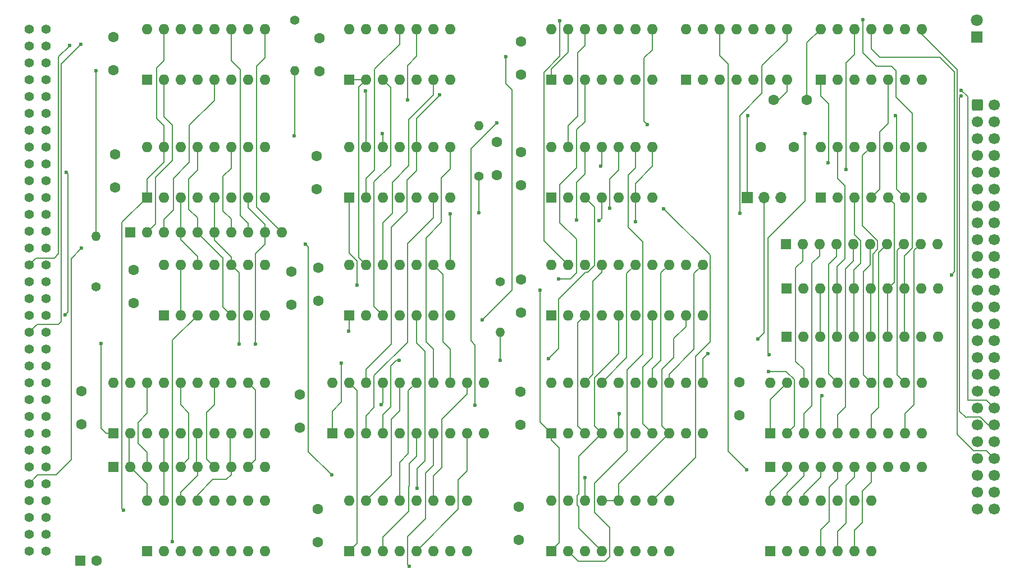
<source format=gbr>
%TF.GenerationSoftware,KiCad,Pcbnew,8.0.6*%
%TF.CreationDate,2024-11-23T08:52:46+01:00*%
%TF.ProjectId,4680-4105,34363830-2d34-4313-9035-2e6b69636164,Ver 1.00*%
%TF.SameCoordinates,Original*%
%TF.FileFunction,Copper,L1,Top*%
%TF.FilePolarity,Positive*%
%FSLAX46Y46*%
G04 Gerber Fmt 4.6, Leading zero omitted, Abs format (unit mm)*
G04 Created by KiCad (PCBNEW 8.0.6) date 2024-11-23 08:52:46*
%MOMM*%
%LPD*%
G01*
G04 APERTURE LIST*
G04 Aperture macros list*
%AMRoundRect*
0 Rectangle with rounded corners*
0 $1 Rounding radius*
0 $2 $3 $4 $5 $6 $7 $8 $9 X,Y pos of 4 corners*
0 Add a 4 corners polygon primitive as box body*
4,1,4,$2,$3,$4,$5,$6,$7,$8,$9,$2,$3,0*
0 Add four circle primitives for the rounded corners*
1,1,$1+$1,$2,$3*
1,1,$1+$1,$4,$5*
1,1,$1+$1,$6,$7*
1,1,$1+$1,$8,$9*
0 Add four rect primitives between the rounded corners*
20,1,$1+$1,$2,$3,$4,$5,0*
20,1,$1+$1,$4,$5,$6,$7,0*
20,1,$1+$1,$6,$7,$8,$9,0*
20,1,$1+$1,$8,$9,$2,$3,0*%
G04 Aperture macros list end*
%TA.AperFunction,ComponentPad*%
%ADD10R,1.600000X1.600000*%
%TD*%
%TA.AperFunction,ComponentPad*%
%ADD11O,1.600000X1.600000*%
%TD*%
%TA.AperFunction,ComponentPad*%
%ADD12C,1.600000*%
%TD*%
%TA.AperFunction,ComponentPad*%
%ADD13C,1.400000*%
%TD*%
%TA.AperFunction,ComponentPad*%
%ADD14O,1.400000X1.400000*%
%TD*%
%TA.AperFunction,ComponentPad*%
%ADD15RoundRect,0.250000X-0.600000X-0.600000X0.600000X-0.600000X0.600000X0.600000X-0.600000X0.600000X0*%
%TD*%
%TA.AperFunction,ComponentPad*%
%ADD16C,1.700000*%
%TD*%
%TA.AperFunction,ComponentPad*%
%ADD17R,1.800000X1.800000*%
%TD*%
%TA.AperFunction,ComponentPad*%
%ADD18C,1.800000*%
%TD*%
%TA.AperFunction,ComponentPad*%
%ADD19C,1.422400*%
%TD*%
%TA.AperFunction,ComponentPad*%
%ADD20R,1.700000X1.700000*%
%TD*%
%TA.AperFunction,ComponentPad*%
%ADD21O,1.700000X1.700000*%
%TD*%
%TA.AperFunction,ViaPad*%
%ADD22C,0.600000*%
%TD*%
%TA.AperFunction,Conductor*%
%ADD23C,0.200000*%
%TD*%
G04 APERTURE END LIST*
D10*
%TO.P,U8,1,OEa*%
%TO.N,Net-(U10-OEb)*%
X83261200Y-76149200D03*
D11*
%TO.P,U8,2,I1*%
%TO.N,/~{C3}*%
X85801200Y-76149200D03*
%TO.P,U8,3,O1a*%
%TO.N,Net-(RN4-R3)*%
X88341200Y-76149200D03*
%TO.P,U8,4,I2*%
%TO.N,/~{INP}*%
X90881200Y-76149200D03*
%TO.P,U8,5,O2a*%
%TO.N,Net-(RN4-R5)*%
X93421200Y-76149200D03*
%TO.P,U8,6,I3*%
%TO.N,/~{STAT}*%
X95961200Y-76149200D03*
%TO.P,U8,7,O3a*%
%TO.N,Net-(RN4-R8)*%
X98501200Y-76149200D03*
%TO.P,U8,8,GND*%
%TO.N,GND*%
X101041200Y-76149200D03*
%TO.P,U8,9,O4a*%
%TO.N,Net-(U8-O4a)*%
X101041200Y-68529200D03*
%TO.P,U8,10,I4*%
%TO.N,GND*%
X98501200Y-68529200D03*
%TO.P,U8,11,O5b*%
%TO.N,Net-(RN4-R6)*%
X95961200Y-68529200D03*
%TO.P,U8,12,I5*%
%TO.N,/~{C1}*%
X93421200Y-68529200D03*
%TO.P,U8,13,O6b*%
%TO.N,Net-(RN4-R4)*%
X90881200Y-68529200D03*
%TO.P,U8,14,I6*%
%TO.N,/~{OUT}*%
X88341200Y-68529200D03*
%TO.P,U8,15,OEb*%
%TO.N,Net-(U10-OEb)*%
X85801200Y-68529200D03*
%TO.P,U8,16,VCC*%
%TO.N,VCC*%
X83261200Y-68529200D03*
%TD*%
D10*
%TO.P,RN8,1,common*%
%TO.N,VCC*%
X78181200Y-116789200D03*
D11*
%TO.P,RN8,2,R1*%
%TO.N,Net-(RN8-R1)*%
X80721200Y-116789200D03*
%TO.P,RN8,3,R2*%
%TO.N,Net-(RN8-R2)*%
X83261200Y-116789200D03*
%TO.P,RN8,4,R3*%
%TO.N,Net-(RN8-R3)*%
X85801200Y-116789200D03*
%TO.P,RN8,5,R4*%
%TO.N,Net-(RN8-R4)*%
X88341200Y-116789200D03*
%TO.P,RN8,6,R5*%
%TO.N,Net-(RN8-R5)*%
X90881200Y-116789200D03*
%TO.P,RN8,7,R6*%
%TO.N,Net-(RN8-R6)*%
X93421200Y-116789200D03*
%TO.P,RN8,8,R7*%
%TO.N,Net-(RN8-R7)*%
X95961200Y-116789200D03*
%TO.P,RN8,9,R8*%
%TO.N,Net-(RN8-R8)*%
X98501200Y-116789200D03*
%TO.P,RN8,10,R9*%
%TO.N,unconnected-(RN8-R9-Pad10)*%
X101041200Y-116789200D03*
%TD*%
D10*
%TO.P,U18,1*%
%TO.N,/rn4_10*%
X144221200Y-76149200D03*
D11*
%TO.P,U18,2*%
X146761200Y-76149200D03*
%TO.P,U18,3*%
%TO.N,Net-(U6-D1)*%
X149301200Y-76149200D03*
%TO.P,U18,4*%
%TO.N,Net-(U15-Pad5)*%
X151841200Y-76149200D03*
%TO.P,U18,5*%
%TO.N,Net-(U12-Q2)*%
X154381200Y-76149200D03*
%TO.P,U18,6*%
%TO.N,/~{INT}*%
X156921200Y-76149200D03*
%TO.P,U18,7,GND*%
%TO.N,GND*%
X159461200Y-76149200D03*
%TO.P,U18,8*%
%TO.N,/~{INT}*%
X159461200Y-68529200D03*
%TO.P,U18,9*%
%TO.N,Net-(U12-Q0)*%
X156921200Y-68529200D03*
%TO.P,U18,10*%
%TO.N,/rn4_10*%
X154381200Y-68529200D03*
%TO.P,U18,11*%
%TO.N,/rn4_2*%
X151841200Y-68529200D03*
%TO.P,U18,12*%
%TO.N,Net-(U6-D4)*%
X149301200Y-68529200D03*
%TO.P,U18,13*%
%TO.N,Net-(U6-D5)*%
X146761200Y-68529200D03*
%TO.P,U18,14,VCC*%
%TO.N,VCC*%
X144221200Y-68529200D03*
%TD*%
D12*
%TO.P,C7,1*%
%TO.N,VCC*%
X109270800Y-52110000D03*
%TO.P,C7,2*%
%TO.N,GND*%
X109270800Y-57110000D03*
%TD*%
D10*
%TO.P,U10,1,OEa*%
%TO.N,Net-(U10-OEa)*%
X83261200Y-58369200D03*
D11*
%TO.P,U10,2,I1*%
%TO.N,/rn4_2*%
X85801200Y-58369200D03*
%TO.P,U10,3,O1a*%
%TO.N,/~{TRRQ}*%
X88341200Y-58369200D03*
%TO.P,U10,4,I2*%
%TO.N,/~{TREN}*%
X90881200Y-58369200D03*
%TO.P,U10,5,O2a*%
%TO.N,/rn4_3*%
X93421200Y-58369200D03*
%TO.P,U10,6,I3*%
%TO.N,Net-(U10-I3)*%
X95961200Y-58369200D03*
%TO.P,U10,7,O3a*%
%TO.N,/~{R{slash}W}*%
X98501200Y-58369200D03*
%TO.P,U10,8,GND*%
%TO.N,GND*%
X101041200Y-58369200D03*
%TO.P,U10,9,O4a*%
%TO.N,/rn4_10*%
X101041200Y-50749200D03*
%TO.P,U10,10,I4*%
%TO.N,GND*%
X98501200Y-50749200D03*
%TO.P,U10,11,O5b*%
%TO.N,/rn4_8*%
X95961200Y-50749200D03*
%TO.P,U10,12,I5*%
%TO.N,/~{C4}*%
X93421200Y-50749200D03*
%TO.P,U10,13,O6b*%
%TO.N,/~{CSB}*%
X90881200Y-50749200D03*
%TO.P,U10,14,I6*%
%TO.N,GND*%
X88341200Y-50749200D03*
%TO.P,U10,15,OEb*%
%TO.N,Net-(U10-OEb)*%
X85801200Y-50749200D03*
%TO.P,U10,16,VCC*%
%TO.N,VCC*%
X83261200Y-50749200D03*
%TD*%
D13*
%TO.P,R13,1*%
%TO.N,VCC*%
X75539600Y-89662000D03*
D14*
%TO.P,R13,2*%
%TO.N,/~{PRAC}*%
X75539600Y-82042000D03*
%TD*%
D12*
%TO.P,C12,1*%
%TO.N,VCC*%
X78232000Y-51957600D03*
%TO.P,C12,2*%
%TO.N,GND*%
X78232000Y-56957600D03*
%TD*%
%TO.P,C20,1*%
%TO.N,VCC*%
X182789200Y-61468000D03*
%TO.P,C20,2*%
%TO.N,GND*%
X177789200Y-61468000D03*
%TD*%
%TO.P,C2,1*%
%TO.N,Net-(C2-Pad1)*%
X136042400Y-72745600D03*
%TO.P,C2,2*%
%TO.N,GND*%
X136042400Y-67745600D03*
%TD*%
D10*
%TO.P,U4,1,~{G1}*%
%TO.N,Net-(U4-~{G1})*%
X144221200Y-93929200D03*
D11*
%TO.P,U4,2,A1*%
%TO.N,Net-(J2-Pin_10)*%
X146761200Y-93929200D03*
%TO.P,U4,3,Y1*%
%TO.N,/D4*%
X149301200Y-93929200D03*
%TO.P,U4,4,A2*%
%TO.N,Net-(J2-Pin_12)*%
X151841200Y-93929200D03*
%TO.P,U4,5,Y2*%
%TO.N,/D5*%
X154381200Y-93929200D03*
%TO.P,U4,6,A3*%
%TO.N,Net-(J2-Pin_14)*%
X156921200Y-93929200D03*
%TO.P,U4,7,Y3*%
%TO.N,/D6*%
X159461200Y-93929200D03*
%TO.P,U4,8,A4*%
%TO.N,Net-(J2-Pin_16)*%
X162001200Y-93929200D03*
%TO.P,U4,9,Y4*%
%TO.N,/D7*%
X164541200Y-93929200D03*
%TO.P,U4,10,GND*%
%TO.N,GND*%
X167081200Y-93929200D03*
%TO.P,U4,11,Y5*%
%TO.N,/D0*%
X167081200Y-86309200D03*
%TO.P,U4,12,A5*%
%TO.N,Net-(J2-Pin_2)*%
X164541200Y-86309200D03*
%TO.P,U4,13,Y6*%
%TO.N,/D1*%
X162001200Y-86309200D03*
%TO.P,U4,14,A6*%
%TO.N,Net-(J2-Pin_4)*%
X159461200Y-86309200D03*
%TO.P,U4,15,Y7*%
%TO.N,/D2*%
X156921200Y-86309200D03*
%TO.P,U4,16,A7*%
%TO.N,Net-(J2-Pin_6)*%
X154381200Y-86309200D03*
%TO.P,U4,17,Y8*%
%TO.N,/D3*%
X151841200Y-86309200D03*
%TO.P,U4,18,A8*%
%TO.N,Net-(J2-Pin_8)*%
X149301200Y-86309200D03*
%TO.P,U4,19,~{G2}*%
%TO.N,Net-(U16B-~{R})*%
X146761200Y-86309200D03*
%TO.P,U4,20,VCC*%
%TO.N,VCC*%
X144221200Y-86309200D03*
%TD*%
D12*
%TO.P,C9,1*%
%TO.N,VCC*%
X73406000Y-105359200D03*
%TO.P,C9,2*%
%TO.N,GND*%
X73406000Y-110359200D03*
%TD*%
D10*
%TO.P,U1,1,~{Mr}*%
%TO.N,Net-(U1-~{Mr})*%
X144221200Y-111709200D03*
D11*
%TO.P,U1,2,Q0*%
%TO.N,Net-(U1-Q0)*%
X146761200Y-111709200D03*
%TO.P,U1,3,D0*%
%TO.N,/D4*%
X149301200Y-111709200D03*
%TO.P,U1,4,D1*%
%TO.N,/D5*%
X151841200Y-111709200D03*
%TO.P,U1,5,Q1*%
%TO.N,Net-(U1-Q1)*%
X154381200Y-111709200D03*
%TO.P,U1,6,Q2*%
%TO.N,Net-(U1-Q2)*%
X156921200Y-111709200D03*
%TO.P,U1,7,D2*%
%TO.N,/D6*%
X159461200Y-111709200D03*
%TO.P,U1,8,D3*%
%TO.N,/D7*%
X162001200Y-111709200D03*
%TO.P,U1,9,Q3*%
%TO.N,Net-(U1-Q3)*%
X164541200Y-111709200D03*
%TO.P,U1,10,GND*%
%TO.N,GND*%
X167081200Y-111709200D03*
%TO.P,U1,11,Cp*%
%TO.N,Net-(U1-Cp)*%
X167081200Y-104089200D03*
%TO.P,U1,12,Q4*%
%TO.N,Net-(U1-Q4)*%
X164541200Y-104089200D03*
%TO.P,U1,13,D4*%
%TO.N,/D0*%
X162001200Y-104089200D03*
%TO.P,U1,14,D5*%
%TO.N,/D1*%
X159461200Y-104089200D03*
%TO.P,U1,15,Q5*%
%TO.N,Net-(U1-Q5)*%
X156921200Y-104089200D03*
%TO.P,U1,16,Q6*%
%TO.N,Net-(U1-Q6)*%
X154381200Y-104089200D03*
%TO.P,U1,17,D6*%
%TO.N,/D2*%
X151841200Y-104089200D03*
%TO.P,U1,18,D7*%
%TO.N,/D3*%
X149301200Y-104089200D03*
%TO.P,U1,19,Q7*%
%TO.N,Net-(U1-Q7)*%
X146761200Y-104089200D03*
%TO.P,U1,20,VCC*%
%TO.N,VCC*%
X144221200Y-104089200D03*
%TD*%
D10*
%TO.P,U16,1,~{R}*%
%TO.N,Net-(U16A-D)*%
X113741200Y-58369200D03*
D11*
%TO.P,U16,2,D*%
X116281200Y-58369200D03*
%TO.P,U16,3,C*%
%TO.N,Net-(U16A-C)*%
X118821200Y-58369200D03*
%TO.P,U16,4,~{S}*%
%TO.N,Net-(RN10-R2)*%
X121361200Y-58369200D03*
%TO.P,U16,5,Q*%
%TO.N,Net-(U16A-Q)*%
X123901200Y-58369200D03*
%TO.P,U16,6,~{Q}*%
%TO.N,Net-(U16A-~{Q})*%
X126441200Y-58369200D03*
%TO.P,U16,7,GND*%
%TO.N,GND*%
X128981200Y-58369200D03*
%TO.P,U16,8,~{Q}*%
%TO.N,unconnected-(U16B-~{Q}-Pad8)*%
X128981200Y-50749200D03*
%TO.P,U16,9,Q*%
%TO.N,Net-(U16B-Q)*%
X126441200Y-50749200D03*
%TO.P,U16,10,~{S}*%
%TO.N,Net-(RN4-R6)*%
X123901200Y-50749200D03*
%TO.P,U16,11,C*%
%TO.N,Net-(U16B-C)*%
X121361200Y-50749200D03*
%TO.P,U16,12,D*%
%TO.N,GND*%
X118821200Y-50749200D03*
%TO.P,U16,13,~{R}*%
%TO.N,Net-(U16B-~{R})*%
X116281200Y-50749200D03*
%TO.P,U16,14,VCC*%
%TO.N,VCC*%
X113741200Y-50749200D03*
%TD*%
D10*
%TO.P,U13,1*%
%TO.N,Net-(C2-Pad1)*%
X184861200Y-76149200D03*
D11*
%TO.P,U13,2*%
%TO.N,Net-(J3-Pin_3)*%
X187401200Y-76149200D03*
%TO.P,U13,3*%
%TO.N,Net-(J2-Pin_48)*%
X189941200Y-76149200D03*
%TO.P,U13,4*%
%TO.N,Net-(U16A-D)*%
X192481200Y-76149200D03*
%TO.P,U13,5*%
%TO.N,/r10_7*%
X195021200Y-76149200D03*
%TO.P,U13,6*%
%TO.N,Net-(U13-Pad6)*%
X197561200Y-76149200D03*
%TO.P,U13,7,GND*%
%TO.N,GND*%
X200101200Y-76149200D03*
%TO.P,U13,8*%
%TO.N,Net-(U3-~{G2})*%
X200101200Y-68529200D03*
%TO.P,U13,9*%
%TO.N,Net-(U16B-~{R})*%
X197561200Y-68529200D03*
%TO.P,U13,10*%
%TO.N,Net-(U13-Pad10)*%
X195021200Y-68529200D03*
%TO.P,U13,11*%
%TO.N,/r10_6*%
X192481200Y-68529200D03*
%TO.P,U13,12*%
%TO.N,Net-(U2-OEa)*%
X189941200Y-68529200D03*
%TO.P,U13,13*%
%TO.N,/r10_4*%
X187401200Y-68529200D03*
%TO.P,U13,14,VCC*%
%TO.N,VCC*%
X184861200Y-68529200D03*
%TD*%
D10*
%TO.P,RN4,1,common*%
%TO.N,GND*%
X80721200Y-81432400D03*
D11*
%TO.P,RN4,2,R1*%
%TO.N,/rn4_2*%
X83261200Y-81432400D03*
%TO.P,RN4,3,R2*%
%TO.N,/rn4_3*%
X85801200Y-81432400D03*
%TO.P,RN4,4,R3*%
%TO.N,Net-(RN4-R3)*%
X88341200Y-81432400D03*
%TO.P,RN4,5,R4*%
%TO.N,Net-(RN4-R4)*%
X90881200Y-81432400D03*
%TO.P,RN4,6,R5*%
%TO.N,Net-(RN4-R5)*%
X93421200Y-81432400D03*
%TO.P,RN4,7,R6*%
%TO.N,Net-(RN4-R6)*%
X95961200Y-81432400D03*
%TO.P,RN4,8,R7*%
%TO.N,/rn4_8*%
X98501200Y-81432400D03*
%TO.P,RN4,9,R8*%
%TO.N,Net-(RN4-R8)*%
X101041200Y-81432400D03*
%TO.P,RN4,10,R9*%
%TO.N,/rn4_10*%
X103581200Y-81432400D03*
%TD*%
D10*
%TO.P,U11,1*%
%TO.N,Net-(U16B-C)*%
X184861200Y-58369200D03*
D11*
%TO.P,U11,2*%
X187401200Y-58369200D03*
%TO.P,U11,3*%
%TO.N,Net-(J2-Pin_40)*%
X189941200Y-58369200D03*
%TO.P,U11,4*%
%TO.N,Net-(U11-Pad4)*%
X192481200Y-58369200D03*
%TO.P,U11,5*%
%TO.N,Net-(U16A-D)*%
X195021200Y-58369200D03*
%TO.P,U11,6*%
%TO.N,Net-(J2-Pin_38)*%
X197561200Y-58369200D03*
%TO.P,U11,7,GND*%
%TO.N,GND*%
X200101200Y-58369200D03*
%TO.P,U11,8*%
%TO.N,Net-(J2-Pin_44)*%
X200101200Y-50749200D03*
%TO.P,U11,9*%
%TO.N,Net-(RN4-R6)*%
X197561200Y-50749200D03*
%TO.P,U11,10*%
%TO.N,Net-(U16B-Q)*%
X195021200Y-50749200D03*
%TO.P,U11,11*%
%TO.N,Net-(RN10-R2)*%
X192481200Y-50749200D03*
%TO.P,U11,12*%
%TO.N,Net-(U11-Pad12)*%
X189941200Y-50749200D03*
%TO.P,U11,13*%
%TO.N,Net-(U11-Pad13)*%
X187401200Y-50749200D03*
%TO.P,U11,14,VCC*%
%TO.N,VCC*%
X184861200Y-50749200D03*
%TD*%
D12*
%TO.P,C10,1*%
%TO.N,VCC*%
X78486000Y-69676000D03*
%TO.P,C10,2*%
%TO.N,GND*%
X78486000Y-74676000D03*
%TD*%
D10*
%TO.P,U6,1,OE*%
%TO.N,Net-(RN4-R8)*%
X111201200Y-111709200D03*
D11*
%TO.P,U6,2,O0*%
%TO.N,/D7*%
X113741200Y-111709200D03*
%TO.P,U6,3,D0*%
%TO.N,Net-(U6-D0)*%
X116281200Y-111709200D03*
%TO.P,U6,4,D1*%
%TO.N,Net-(U6-D1)*%
X118821200Y-111709200D03*
%TO.P,U6,5,O1*%
%TO.N,/D6*%
X121361200Y-111709200D03*
%TO.P,U6,6,O2*%
%TO.N,/D5*%
X123901200Y-111709200D03*
%TO.P,U6,7,D2*%
%TO.N,Net-(U12-~{Q0})*%
X126441200Y-111709200D03*
%TO.P,U6,8,D3*%
%TO.N,GND*%
X128981200Y-111709200D03*
%TO.P,U6,9,O3*%
%TO.N,/D4*%
X131521200Y-111709200D03*
%TO.P,U6,10,GND*%
%TO.N,GND*%
X134061200Y-111709200D03*
%TO.P,U6,11,LE*%
%TO.N,Net-(RN4-R8)*%
X134061200Y-104089200D03*
%TO.P,U6,12,O4*%
%TO.N,/D0*%
X131521200Y-104089200D03*
%TO.P,U6,13,D4*%
%TO.N,Net-(U6-D4)*%
X128981200Y-104089200D03*
%TO.P,U6,14,D5*%
%TO.N,Net-(U6-D5)*%
X126441200Y-104089200D03*
%TO.P,U6,15,O5*%
%TO.N,/D1*%
X123901200Y-104089200D03*
%TO.P,U6,16,O6*%
%TO.N,/D2*%
X121361200Y-104089200D03*
%TO.P,U6,17,D6*%
%TO.N,Net-(U3-~{G2})*%
X118821200Y-104089200D03*
%TO.P,U6,18,D7*%
%TO.N,Net-(U10-I3)*%
X116281200Y-104089200D03*
%TO.P,U6,19,O7*%
%TO.N,/D3*%
X113741200Y-104089200D03*
%TO.P,U6,20,VCC*%
%TO.N,VCC*%
X111201200Y-104089200D03*
%TD*%
D12*
%TO.P,C16,1*%
%TO.N,VCC*%
X139649200Y-52628800D03*
%TO.P,C16,2*%
%TO.N,GND*%
X139649200Y-57628800D03*
%TD*%
D10*
%TO.P,RN9,1,common*%
%TO.N,GND*%
X179730400Y-89916000D03*
D11*
%TO.P,RN9,2,R1*%
%TO.N,unconnected-(RN9-R1-Pad2)*%
X182270400Y-89916000D03*
%TO.P,RN9,3,R2*%
%TO.N,Net-(RN10-R2)*%
X184810400Y-89916000D03*
%TO.P,RN9,4,R3*%
%TO.N,/r10_4*%
X187350400Y-89916000D03*
%TO.P,RN9,5,R4*%
%TO.N,Net-(J2-Pin_48)*%
X189890400Y-89916000D03*
%TO.P,RN9,6,R5*%
%TO.N,/r10_6*%
X192430400Y-89916000D03*
%TO.P,RN9,7,R6*%
%TO.N,/r10_7*%
X194970400Y-89916000D03*
%TO.P,RN9,8,R7*%
%TO.N,Net-(J2-Pin_36)*%
X197510400Y-89916000D03*
%TO.P,RN9,9,R8*%
%TO.N,unconnected-(RN9-R8-Pad9)*%
X200050400Y-89916000D03*
%TO.P,RN9,10,R9*%
%TO.N,unconnected-(RN9-R9-Pad10)*%
X202590400Y-89916000D03*
%TD*%
D10*
%TO.P,U19,1*%
%TO.N,GND*%
X164541200Y-58369200D03*
D11*
%TO.P,U19,2*%
X167081200Y-58369200D03*
%TO.P,U19,3*%
%TO.N,unconnected-(U19-Pad3)*%
X169621200Y-58369200D03*
%TO.P,U19,4*%
%TO.N,GND*%
X172161200Y-58369200D03*
%TO.P,U19,5*%
X174701200Y-58369200D03*
%TO.P,U19,6*%
%TO.N,unconnected-(U19-Pad6)*%
X177241200Y-58369200D03*
%TO.P,U19,7,GND*%
%TO.N,GND*%
X179781200Y-58369200D03*
%TO.P,U19,8*%
%TO.N,Net-(U19-Pad8)*%
X179781200Y-50749200D03*
%TO.P,U19,9*%
%TO.N,Net-(U14-Pad11)*%
X177241200Y-50749200D03*
%TO.P,U19,10*%
%TO.N,Net-(U19-Pad10)*%
X174701200Y-50749200D03*
%TO.P,U19,11*%
X172161200Y-50749200D03*
%TO.P,U19,12*%
%TO.N,Net-(U10-OEa)*%
X169621200Y-50749200D03*
%TO.P,U19,13*%
%TO.N,Net-(U6-D5)*%
X167081200Y-50749200D03*
%TO.P,U19,14,VCC*%
%TO.N,VCC*%
X164541200Y-50749200D03*
%TD*%
D12*
%TO.P,C3,1*%
%TO.N,VCC*%
X109016800Y-123179200D03*
%TO.P,C3,2*%
%TO.N,GND*%
X109016800Y-128179200D03*
%TD*%
D10*
%TO.P,U15,1*%
%TO.N,Net-(U1-~{Mr})*%
X113741200Y-76149200D03*
D11*
%TO.P,U15,2*%
%TO.N,Net-(U16B-C)*%
X116281200Y-76149200D03*
%TO.P,U15,3*%
%TO.N,/rn4_2*%
X118821200Y-76149200D03*
%TO.P,U15,4*%
%TO.N,Net-(U11-Pad12)*%
X121361200Y-76149200D03*
%TO.P,U15,5*%
%TO.N,Net-(U15-Pad5)*%
X123901200Y-76149200D03*
%TO.P,U15,6*%
%TO.N,Net-(U6-D0)*%
X126441200Y-76149200D03*
%TO.P,U15,7,GND*%
%TO.N,GND*%
X128981200Y-76149200D03*
%TO.P,U15,8*%
%TO.N,Net-(U6-D5)*%
X128981200Y-68529200D03*
%TO.P,U15,9*%
%TO.N,Net-(U13-Pad10)*%
X126441200Y-68529200D03*
%TO.P,U15,10*%
%TO.N,Net-(U10-I3)*%
X123901200Y-68529200D03*
%TO.P,U15,11*%
%TO.N,Net-(U2-OEa)*%
X121361200Y-68529200D03*
%TO.P,U15,12*%
%TO.N,Net-(R5-Pad2)*%
X118821200Y-68529200D03*
%TO.P,U15,13*%
%TO.N,/rn4_3*%
X116281200Y-68529200D03*
%TO.P,U15,14,VCC*%
%TO.N,VCC*%
X113741200Y-68529200D03*
%TD*%
D10*
%TO.P,RN10,1,common*%
%TO.N,VCC*%
X179730400Y-97180400D03*
D11*
%TO.P,RN10,2,R1*%
%TO.N,unconnected-(RN10-R1-Pad2)*%
X182270400Y-97180400D03*
%TO.P,RN10,3,R2*%
%TO.N,Net-(RN10-R2)*%
X184810400Y-97180400D03*
%TO.P,RN10,4,R3*%
%TO.N,/r10_4*%
X187350400Y-97180400D03*
%TO.P,RN10,5,R4*%
%TO.N,Net-(J2-Pin_48)*%
X189890400Y-97180400D03*
%TO.P,RN10,6,R5*%
%TO.N,/r10_6*%
X192430400Y-97180400D03*
%TO.P,RN10,7,R6*%
%TO.N,/r10_7*%
X194970400Y-97180400D03*
%TO.P,RN10,8,R7*%
%TO.N,Net-(J2-Pin_36)*%
X197510400Y-97180400D03*
%TO.P,RN10,9,R8*%
%TO.N,unconnected-(RN10-R8-Pad9)*%
X200050400Y-97180400D03*
%TO.P,RN10,10,R9*%
%TO.N,unconnected-(RN10-R9-Pad10)*%
X202590400Y-97180400D03*
%TD*%
D10*
%TO.P,RN2,1,common*%
%TO.N,VCC*%
X179628800Y-83159600D03*
D11*
%TO.P,RN2,2,R1*%
%TO.N,Net-(J2-Pin_2)*%
X182168800Y-83159600D03*
%TO.P,RN2,3,R2*%
%TO.N,Net-(J2-Pin_4)*%
X184708800Y-83159600D03*
%TO.P,RN2,4,R3*%
%TO.N,Net-(J2-Pin_6)*%
X187248800Y-83159600D03*
%TO.P,RN2,5,R4*%
%TO.N,Net-(J2-Pin_8)*%
X189788800Y-83159600D03*
%TO.P,RN2,6,R5*%
%TO.N,Net-(J2-Pin_10)*%
X192328800Y-83159600D03*
%TO.P,RN2,7,R6*%
%TO.N,Net-(J2-Pin_12)*%
X194868800Y-83159600D03*
%TO.P,RN2,8,R7*%
%TO.N,Net-(J2-Pin_14)*%
X197408800Y-83159600D03*
%TO.P,RN2,9,R8*%
%TO.N,Net-(J2-Pin_16)*%
X199948800Y-83159600D03*
%TO.P,RN2,10,R9*%
%TO.N,unconnected-(RN2-R9-Pad10)*%
X202488800Y-83159600D03*
%TD*%
D10*
%TO.P,U7,1*%
%TO.N,/~{CS}*%
X85801200Y-93929200D03*
D11*
%TO.P,U7,2*%
%TO.N,/~{RST}*%
X88341200Y-93929200D03*
%TO.P,U7,3*%
%TO.N,Net-(U5-~{ST})*%
X90881200Y-93929200D03*
%TO.P,U7,4*%
%TO.N,Net-(J3-Pin_2)*%
X93421200Y-93929200D03*
%TO.P,U7,5*%
%TO.N,Net-(RN4-R4)*%
X95961200Y-93929200D03*
%TO.P,U7,6*%
%TO.N,Net-(U1-Cp)*%
X98501200Y-93929200D03*
%TO.P,U7,7,GND*%
%TO.N,GND*%
X101041200Y-93929200D03*
%TO.P,U7,8*%
%TO.N,Net-(U4-~{G1})*%
X101041200Y-86309200D03*
%TO.P,U7,9*%
%TO.N,Net-(U14-Pad3)*%
X98501200Y-86309200D03*
%TO.P,U7,10*%
%TO.N,Net-(RN4-R5)*%
X95961200Y-86309200D03*
%TO.P,U7,11*%
%TO.N,Net-(U1-~{Mr})*%
X93421200Y-86309200D03*
%TO.P,U7,12*%
%TO.N,Net-(RN4-R3)*%
X90881200Y-86309200D03*
%TO.P,U7,13*%
%TO.N,/~{RST}*%
X88341200Y-86309200D03*
%TO.P,U7,14,VCC*%
%TO.N,VCC*%
X85801200Y-86309200D03*
%TD*%
D10*
%TO.P,C11,1*%
%TO.N,VCC*%
X73192000Y-130962400D03*
D12*
%TO.P,C11,2*%
%TO.N,GND*%
X75692000Y-130962400D03*
%TD*%
%TO.P,C17,1*%
%TO.N,VCC*%
X139649200Y-69342000D03*
%TO.P,C17,2*%
%TO.N,GND*%
X139649200Y-74342000D03*
%TD*%
%TO.P,C18,1*%
%TO.N,VCC*%
X172618400Y-104016800D03*
%TO.P,C18,2*%
%TO.N,GND*%
X172618400Y-109016800D03*
%TD*%
D13*
%TO.P,R1,1*%
%TO.N,Net-(D1-K)*%
X105511600Y-49428400D03*
D14*
%TO.P,R1,2*%
%TO.N,Net-(U8-O4a)*%
X105511600Y-57048400D03*
%TD*%
D12*
%TO.P,C15,1*%
%TO.N,VCC*%
X139598400Y-105490000D03*
%TO.P,C15,2*%
%TO.N,GND*%
X139598400Y-110490000D03*
%TD*%
%TO.P,C8,1*%
%TO.N,VCC*%
X81229200Y-87111200D03*
%TO.P,C8,2*%
%TO.N,GND*%
X81229200Y-92111200D03*
%TD*%
%TO.P,C13,1*%
%TO.N,VCC*%
X139293600Y-122812800D03*
%TO.P,C13,2*%
%TO.N,GND*%
X139293600Y-127812800D03*
%TD*%
D15*
%TO.P,J2,1,Pin_1*%
%TO.N,GND*%
X208483200Y-62179200D03*
D16*
%TO.P,J2,2,Pin_2*%
%TO.N,Net-(J2-Pin_2)*%
X211023200Y-62179200D03*
%TO.P,J2,3,Pin_3*%
%TO.N,GND*%
X208483200Y-64719200D03*
%TO.P,J2,4,Pin_4*%
%TO.N,Net-(J2-Pin_4)*%
X211023200Y-64719200D03*
%TO.P,J2,5,Pin_5*%
%TO.N,GND*%
X208483200Y-67259200D03*
%TO.P,J2,6,Pin_6*%
%TO.N,Net-(J2-Pin_6)*%
X211023200Y-67259200D03*
%TO.P,J2,7,Pin_7*%
%TO.N,GND*%
X208483200Y-69799200D03*
%TO.P,J2,8,Pin_8*%
%TO.N,Net-(J2-Pin_8)*%
X211023200Y-69799200D03*
%TO.P,J2,9,Pin_9*%
%TO.N,GND*%
X208483200Y-72339200D03*
%TO.P,J2,10,Pin_10*%
%TO.N,Net-(J2-Pin_10)*%
X211023200Y-72339200D03*
%TO.P,J2,11,Pin_11*%
%TO.N,GND*%
X208483200Y-74879200D03*
%TO.P,J2,12,Pin_12*%
%TO.N,Net-(J2-Pin_12)*%
X211023200Y-74879200D03*
%TO.P,J2,13,Pin_13*%
%TO.N,GND*%
X208483200Y-77419200D03*
%TO.P,J2,14,Pin_14*%
%TO.N,Net-(J2-Pin_14)*%
X211023200Y-77419200D03*
%TO.P,J2,15,Pin_15*%
%TO.N,GND*%
X208483200Y-79959200D03*
%TO.P,J2,16,Pin_16*%
%TO.N,Net-(J2-Pin_16)*%
X211023200Y-79959200D03*
%TO.P,J2,17,Pin_17*%
%TO.N,GND*%
X208483200Y-82499200D03*
%TO.P,J2,18,Pin_18*%
%TO.N,unconnected-(J2-Pin_18-Pad18)*%
X211023200Y-82499200D03*
%TO.P,J2,19,Pin_19*%
%TO.N,GND*%
X208483200Y-85039200D03*
%TO.P,J2,20,Pin_20*%
%TO.N,unconnected-(J2-Pin_20-Pad20)*%
X211023200Y-85039200D03*
%TO.P,J2,21,Pin_21*%
%TO.N,GND*%
X208483200Y-87579200D03*
%TO.P,J2,22,Pin_22*%
%TO.N,unconnected-(J2-Pin_22-Pad22)*%
X211023200Y-87579200D03*
%TO.P,J2,23,Pin_23*%
%TO.N,GND*%
X208483200Y-90119200D03*
%TO.P,J2,24,Pin_24*%
%TO.N,unconnected-(J2-Pin_24-Pad24)*%
X211023200Y-90119200D03*
%TO.P,J2,25,Pin_25*%
%TO.N,GND*%
X208483200Y-92659200D03*
%TO.P,J2,26,Pin_26*%
%TO.N,unconnected-(J2-Pin_26-Pad26)*%
X211023200Y-92659200D03*
%TO.P,J2,27,Pin_27*%
%TO.N,GND*%
X208483200Y-95199200D03*
%TO.P,J2,28,Pin_28*%
%TO.N,unconnected-(J2-Pin_28-Pad28)*%
X211023200Y-95199200D03*
%TO.P,J2,29,Pin_29*%
%TO.N,GND*%
X208483200Y-97739200D03*
%TO.P,J2,30,Pin_30*%
%TO.N,unconnected-(J2-Pin_30-Pad30)*%
X211023200Y-97739200D03*
%TO.P,J2,31,Pin_31*%
%TO.N,GND*%
X208483200Y-100279200D03*
%TO.P,J2,32,Pin_32*%
%TO.N,unconnected-(J2-Pin_32-Pad32)*%
X211023200Y-100279200D03*
%TO.P,J2,33,Pin_33*%
%TO.N,GND*%
X208483200Y-102819200D03*
%TO.P,J2,34,Pin_34*%
%TO.N,unconnected-(J2-Pin_34-Pad34)*%
X211023200Y-102819200D03*
%TO.P,J2,35,Pin_35*%
%TO.N,GND*%
X208483200Y-105359200D03*
%TO.P,J2,36,Pin_36*%
%TO.N,Net-(J2-Pin_36)*%
X211023200Y-105359200D03*
%TO.P,J2,37,Pin_37*%
%TO.N,GND*%
X208483200Y-107899200D03*
%TO.P,J2,38,Pin_38*%
%TO.N,Net-(J2-Pin_38)*%
X211023200Y-107899200D03*
%TO.P,J2,39,Pin_39*%
%TO.N,GND*%
X208483200Y-110439200D03*
%TO.P,J2,40,Pin_40*%
%TO.N,Net-(J2-Pin_40)*%
X211023200Y-110439200D03*
%TO.P,J2,41,Pin_41*%
%TO.N,GND*%
X208483200Y-112979200D03*
%TO.P,J2,42,Pin_42*%
%TO.N,/r10_7*%
X211023200Y-112979200D03*
%TO.P,J2,43,Pin_43*%
%TO.N,GND*%
X208483200Y-115519200D03*
%TO.P,J2,44,Pin_44*%
%TO.N,Net-(J2-Pin_44)*%
X211023200Y-115519200D03*
%TO.P,J2,45,Pin_45*%
%TO.N,GND*%
X208483200Y-118059200D03*
%TO.P,J2,46,Pin_46*%
%TO.N,/r10_6*%
X211023200Y-118059200D03*
%TO.P,J2,47,Pin_47*%
%TO.N,GND*%
X208483200Y-120599200D03*
%TO.P,J2,48,Pin_48*%
%TO.N,Net-(J2-Pin_48)*%
X211023200Y-120599200D03*
%TO.P,J2,49,Pin_49*%
%TO.N,GND*%
X208483200Y-123139200D03*
%TO.P,J2,50,Pin_50*%
%TO.N,/r10_4*%
X211023200Y-123139200D03*
%TD*%
D10*
%TO.P,U3,1,~{G1}*%
%TO.N,Net-(RN4-R5)*%
X78181200Y-111709200D03*
D11*
%TO.P,U3,2,A1*%
%TO.N,Net-(RN8-R1)*%
X80721200Y-111709200D03*
%TO.P,U3,3,Y1*%
%TO.N,/D7*%
X83261200Y-111709200D03*
%TO.P,U3,4,A2*%
%TO.N,Net-(RN8-R3)*%
X85801200Y-111709200D03*
%TO.P,U3,5,Y2*%
%TO.N,/D6*%
X88341200Y-111709200D03*
%TO.P,U3,6,A3*%
%TO.N,Net-(RN8-R5)*%
X90881200Y-111709200D03*
%TO.P,U3,7,Y3*%
%TO.N,/D5*%
X93421200Y-111709200D03*
%TO.P,U3,8,A4*%
%TO.N,Net-(RN8-R7)*%
X95961200Y-111709200D03*
%TO.P,U3,9,Y4*%
%TO.N,/D4*%
X98501200Y-111709200D03*
%TO.P,U3,10,GND*%
%TO.N,GND*%
X101041200Y-111709200D03*
%TO.P,U3,11,Y5*%
%TO.N,/D0*%
X101041200Y-104089200D03*
%TO.P,U3,12,A5*%
%TO.N,Net-(RN8-R8)*%
X98501200Y-104089200D03*
%TO.P,U3,13,Y6*%
%TO.N,/D1*%
X95961200Y-104089200D03*
%TO.P,U3,14,A6*%
%TO.N,Net-(RN8-R6)*%
X93421200Y-104089200D03*
%TO.P,U3,15,Y7*%
%TO.N,/D2*%
X90881200Y-104089200D03*
%TO.P,U3,16,A7*%
%TO.N,Net-(RN8-R4)*%
X88341200Y-104089200D03*
%TO.P,U3,17,Y8*%
%TO.N,/D3*%
X85801200Y-104089200D03*
%TO.P,U3,18,A8*%
%TO.N,Net-(RN8-R2)*%
X83261200Y-104089200D03*
%TO.P,U3,19,~{G2}*%
%TO.N,Net-(U3-~{G2})*%
X80721200Y-104089200D03*
%TO.P,U3,20,VCC*%
%TO.N,VCC*%
X78181200Y-104089200D03*
%TD*%
D13*
%TO.P,R6,1*%
%TO.N,VCC*%
X136499600Y-88849200D03*
D14*
%TO.P,R6,2*%
%TO.N,Net-(U6-D1)*%
X136499600Y-96469200D03*
%TD*%
D10*
%TO.P,SW1,1*%
%TO.N,GND*%
X83261200Y-129489200D03*
D11*
%TO.P,SW1,2*%
X85801200Y-129489200D03*
%TO.P,SW1,3*%
X88341200Y-129489200D03*
%TO.P,SW1,4*%
X90881200Y-129489200D03*
%TO.P,SW1,5*%
X93421200Y-129489200D03*
%TO.P,SW1,6*%
X95961200Y-129489200D03*
%TO.P,SW1,7*%
X98501200Y-129489200D03*
%TO.P,SW1,8*%
X101041200Y-129489200D03*
%TO.P,SW1,9*%
%TO.N,Net-(RN8-R8)*%
X101041200Y-121869200D03*
%TO.P,SW1,10*%
%TO.N,Net-(RN8-R6)*%
X98501200Y-121869200D03*
%TO.P,SW1,11*%
%TO.N,Net-(RN8-R4)*%
X95961200Y-121869200D03*
%TO.P,SW1,12*%
%TO.N,Net-(RN8-R2)*%
X93421200Y-121869200D03*
%TO.P,SW1,13*%
%TO.N,Net-(RN8-R7)*%
X90881200Y-121869200D03*
%TO.P,SW1,14*%
%TO.N,Net-(RN8-R5)*%
X88341200Y-121869200D03*
%TO.P,SW1,15*%
%TO.N,Net-(RN8-R3)*%
X85801200Y-121869200D03*
%TO.P,SW1,16*%
%TO.N,Net-(RN8-R1)*%
X83261200Y-121869200D03*
%TD*%
D10*
%TO.P,U9,1*%
%TO.N,Net-(U1-Cp)*%
X113741200Y-93929200D03*
D11*
%TO.P,U9,2*%
%TO.N,Net-(U4-~{G1})*%
X116281200Y-93929200D03*
%TO.P,U9,3*%
%TO.N,Net-(U16A-C)*%
X118821200Y-93929200D03*
%TO.P,U9,4*%
%TO.N,/~{PRAC}*%
X121361200Y-93929200D03*
%TO.P,U9,5*%
%TO.N,Net-(U12-Q3)*%
X123901200Y-93929200D03*
%TO.P,U9,6*%
%TO.N,Net-(U11-Pad13)*%
X126441200Y-93929200D03*
%TO.P,U9,7,GND*%
%TO.N,GND*%
X128981200Y-93929200D03*
%TO.P,U9,8*%
%TO.N,Net-(U15-Pad5)*%
X128981200Y-86309200D03*
%TO.P,U9,9*%
%TO.N,Net-(U6-D4)*%
X126441200Y-86309200D03*
%TO.P,U9,10*%
%TO.N,Net-(U19-Pad8)*%
X123901200Y-86309200D03*
%TO.P,U9,11*%
%TO.N,Net-(U6-D4)*%
X121361200Y-86309200D03*
%TO.P,U9,12*%
%TO.N,Net-(U16A-~{Q})*%
X118821200Y-86309200D03*
%TO.P,U9,13*%
%TO.N,Net-(U16A-D)*%
X116281200Y-86309200D03*
%TO.P,U9,14,VCC*%
%TO.N,VCC*%
X113741200Y-86309200D03*
%TD*%
D12*
%TO.P,C1,1*%
%TO.N,/~{PRAC}*%
X105054400Y-92325200D03*
%TO.P,C1,2*%
%TO.N,GND*%
X105054400Y-87325200D03*
%TD*%
%TO.P,C19,1*%
%TO.N,VCC*%
X180818800Y-68529200D03*
%TO.P,C19,2*%
%TO.N,GND*%
X175818800Y-68529200D03*
%TD*%
D10*
%TO.P,U12,1,~{Mr}*%
%TO.N,Net-(U1-~{Mr})*%
X144221200Y-129489200D03*
D11*
%TO.P,U12,2,Q0*%
%TO.N,Net-(U12-Q0)*%
X146761200Y-129489200D03*
%TO.P,U12,3,~{Q0}*%
%TO.N,Net-(U12-~{Q0})*%
X149301200Y-129489200D03*
%TO.P,U12,4,D0*%
%TO.N,/D5*%
X151841200Y-129489200D03*
%TO.P,U12,5,D1*%
%TO.N,unconnected-(U12-D1-Pad5)*%
X154381200Y-129489200D03*
%TO.P,U12,6,~{Q1}*%
%TO.N,unconnected-(U12-~{Q1}-Pad6)*%
X156921200Y-129489200D03*
%TO.P,U12,7,Q1*%
%TO.N,unconnected-(U12-Q1-Pad7)*%
X159461200Y-129489200D03*
%TO.P,U12,8,GND*%
%TO.N,GND*%
X162001200Y-129489200D03*
%TO.P,U12,9,Cp*%
%TO.N,/rn4_8*%
X162001200Y-121869200D03*
%TO.P,U12,10,Q2*%
%TO.N,Net-(U12-Q2)*%
X159461200Y-121869200D03*
%TO.P,U12,11,~{Q2}*%
%TO.N,unconnected-(U12-~{Q2}-Pad11)*%
X156921200Y-121869200D03*
%TO.P,U12,12,D2*%
%TO.N,/D7*%
X154381200Y-121869200D03*
%TO.P,U12,13,D3*%
X151841200Y-121869200D03*
%TO.P,U12,14,~{Q3}*%
%TO.N,Net-(U10-OEa)*%
X149301200Y-121869200D03*
%TO.P,U12,15,Q3*%
%TO.N,Net-(U12-Q3)*%
X146761200Y-121869200D03*
%TO.P,U12,16,VCC*%
%TO.N,VCC*%
X144221200Y-121869200D03*
%TD*%
D12*
%TO.P,C4,1*%
%TO.N,VCC*%
X106273600Y-105845600D03*
%TO.P,C4,2*%
%TO.N,GND*%
X106273600Y-110845600D03*
%TD*%
D13*
%TO.P,R5,1*%
%TO.N,Net-(C2-Pad1)*%
X133299200Y-72948800D03*
D14*
%TO.P,R5,2*%
%TO.N,Net-(R5-Pad2)*%
X133299200Y-65328800D03*
%TD*%
D12*
%TO.P,C5,1*%
%TO.N,VCC*%
X109067600Y-86715600D03*
%TO.P,C5,2*%
%TO.N,GND*%
X109067600Y-91715600D03*
%TD*%
D17*
%TO.P,D1,1,K*%
%TO.N,Net-(D1-K)*%
X208427400Y-51917600D03*
D18*
%TO.P,D1,2,A*%
%TO.N,VCC*%
X208427400Y-49377600D03*
%TD*%
D12*
%TO.P,C14,1*%
%TO.N,VCC*%
X139649200Y-88522800D03*
%TO.P,C14,2*%
%TO.N,GND*%
X139649200Y-93522800D03*
%TD*%
D10*
%TO.P,U14,1*%
%TO.N,Net-(U10-I3)*%
X144221200Y-58369200D03*
D11*
%TO.P,U14,2*%
%TO.N,/rn4_3*%
X146761200Y-58369200D03*
%TO.P,U14,3*%
%TO.N,Net-(U14-Pad3)*%
X149301200Y-58369200D03*
%TO.P,U14,4*%
%TO.N,Net-(U16A-Q)*%
X151841200Y-58369200D03*
%TO.P,U14,5*%
%TO.N,Net-(U13-Pad6)*%
X154381200Y-58369200D03*
%TO.P,U14,6*%
%TO.N,Net-(U11-Pad4)*%
X156921200Y-58369200D03*
%TO.P,U14,7,GND*%
%TO.N,GND*%
X159461200Y-58369200D03*
%TO.P,U14,8*%
%TO.N,Net-(U16B-~{R})*%
X159461200Y-50749200D03*
%TO.P,U14,9*%
%TO.N,Net-(J2-Pin_36)*%
X156921200Y-50749200D03*
%TO.P,U14,10*%
X154381200Y-50749200D03*
%TO.P,U14,11*%
%TO.N,Net-(U14-Pad11)*%
X151841200Y-50749200D03*
%TO.P,U14,12*%
%TO.N,Net-(U6-D5)*%
X149301200Y-50749200D03*
%TO.P,U14,13*%
%TO.N,Net-(U10-I3)*%
X146761200Y-50749200D03*
%TO.P,U14,14,VCC*%
%TO.N,VCC*%
X144221200Y-50749200D03*
%TD*%
D10*
%TO.P,U2,1,OEa*%
%TO.N,Net-(U2-OEa)*%
X177241200Y-111709200D03*
D11*
%TO.P,U2,2,I0a*%
%TO.N,Net-(U1-Q4)*%
X179781200Y-111709200D03*
%TO.P,U2,3,O3b*%
%TO.N,Net-(J2-Pin_4)*%
X182321200Y-111709200D03*
%TO.P,U2,4,I1a*%
%TO.N,Net-(U1-Q6)*%
X184861200Y-111709200D03*
%TO.P,U2,5,O2b*%
%TO.N,Net-(J2-Pin_8)*%
X187401200Y-111709200D03*
%TO.P,U2,6,I2a*%
%TO.N,Net-(U1-Q0)*%
X189941200Y-111709200D03*
%TO.P,U2,7,O1b*%
%TO.N,Net-(J2-Pin_12)*%
X192481200Y-111709200D03*
%TO.P,U2,8,I3a*%
%TO.N,Net-(U1-Q2)*%
X195021200Y-111709200D03*
%TO.P,U2,9,O0b*%
%TO.N,Net-(J2-Pin_16)*%
X197561200Y-111709200D03*
%TO.P,U2,10,GND*%
%TO.N,GND*%
X200101200Y-111709200D03*
%TO.P,U2,11,I0b*%
%TO.N,Net-(U1-Q3)*%
X200101200Y-104089200D03*
%TO.P,U2,12,O3a*%
%TO.N,Net-(J2-Pin_14)*%
X197561200Y-104089200D03*
%TO.P,U2,13,I1b*%
%TO.N,Net-(U1-Q1)*%
X195021200Y-104089200D03*
%TO.P,U2,14,O2a*%
%TO.N,Net-(J2-Pin_10)*%
X192481200Y-104089200D03*
%TO.P,U2,15,I2b*%
%TO.N,Net-(U1-Q7)*%
X189941200Y-104089200D03*
%TO.P,U2,16,O1a*%
%TO.N,Net-(J2-Pin_6)*%
X187401200Y-104089200D03*
%TO.P,U2,17,I3b*%
%TO.N,Net-(U1-Q5)*%
X184861200Y-104089200D03*
%TO.P,U2,18,O0a*%
%TO.N,Net-(J2-Pin_2)*%
X182321200Y-104089200D03*
%TO.P,U2,19,OEb*%
%TO.N,Net-(U2-OEa)*%
X179781200Y-104089200D03*
%TO.P,U2,20,VCC*%
%TO.N,VCC*%
X177241200Y-104089200D03*
%TD*%
D19*
%TO.P,J1,A1,Pin_a1*%
%TO.N,unconnected-(J1-Pin_a1-PadA1)*%
X65481200Y-129489200D03*
%TO.P,J1,A2,Pin_a2*%
%TO.N,GND*%
X65481200Y-126949200D03*
%TO.P,J1,A3,Pin_a3*%
%TO.N,unconnected-(J1-Pin_a3-PadA3)*%
X65481200Y-124409200D03*
%TO.P,J1,A4,Pin_a4*%
%TO.N,unconnected-(J1-Pin_a4-PadA4)*%
X65481200Y-121869200D03*
%TO.P,J1,A5,Pin_a5*%
%TO.N,/~{INT}*%
X65481200Y-119329200D03*
%TO.P,J1,A6,Pin_a6*%
%TO.N,/D7*%
X65481200Y-116789200D03*
%TO.P,J1,A7,Pin_a7*%
%TO.N,/D6*%
X65481200Y-114249200D03*
%TO.P,J1,A8,Pin_a8*%
%TO.N,/D5*%
X65481200Y-111709200D03*
%TO.P,J1,A9,Pin_a9*%
%TO.N,/D4*%
X65481200Y-109169200D03*
%TO.P,J1,A10,Pin_a10*%
%TO.N,/D3*%
X65481200Y-106629200D03*
%TO.P,J1,A11,Pin_a11*%
%TO.N,/D2*%
X65481200Y-104089200D03*
%TO.P,J1,A12,Pin_a12*%
%TO.N,/D1*%
X65481200Y-101549200D03*
%TO.P,J1,A13,Pin_a13*%
%TO.N,/D0*%
X65481200Y-99009200D03*
%TO.P,J1,A14,Pin_a14*%
%TO.N,/~{CSB}*%
X65481200Y-96469200D03*
%TO.P,J1,A15,Pin_a15*%
%TO.N,/~{RST}*%
X65481200Y-93929200D03*
%TO.P,J1,A16,Pin_a16*%
%TO.N,/~{STAT}*%
X65481200Y-91389200D03*
%TO.P,J1,A17,Pin_a17*%
%TO.N,/~{INP}*%
X65481200Y-88849200D03*
%TO.P,J1,A18,Pin_a18*%
%TO.N,/~{C4}*%
X65481200Y-86309200D03*
%TO.P,J1,A19,Pin_a19*%
%TO.N,/~{C3}*%
X65481200Y-83769200D03*
%TO.P,J1,A20,Pin_a20*%
%TO.N,unconnected-(J1-Pin_a20-PadA20)*%
X65481200Y-81229200D03*
%TO.P,J1,A21,Pin_a21*%
%TO.N,/~{C1}*%
X65481200Y-78689200D03*
%TO.P,J1,A22,Pin_a22*%
%TO.N,/~{OUT}*%
X65481200Y-76149200D03*
%TO.P,J1,A23,Pin_a23*%
%TO.N,/~{CS}*%
X65481200Y-73609200D03*
%TO.P,J1,A24,Pin_a24*%
%TO.N,unconnected-(J1-Pin_a24-PadA24)*%
X65481200Y-71069200D03*
%TO.P,J1,A25,Pin_a25*%
%TO.N,unconnected-(J1-Pin_a25-PadA25)*%
X65481200Y-68529200D03*
%TO.P,J1,A26,Pin_a26*%
%TO.N,/~{R{slash}W}*%
X65481200Y-65989200D03*
%TO.P,J1,A27,Pin_a27*%
%TO.N,/~{TREN}*%
X65481200Y-63449200D03*
%TO.P,J1,A28,Pin_a28*%
%TO.N,/~{TRRQ}*%
X65481200Y-60909200D03*
%TO.P,J1,A29,Pin_a29*%
%TO.N,/~{PRAC}*%
X65481200Y-58369200D03*
%TO.P,J1,A30,Pin_a30*%
%TO.N,/rn4_10*%
X65481200Y-55829200D03*
%TO.P,J1,A31,Pin_a31*%
%TO.N,VCC*%
X65481200Y-53289200D03*
%TO.P,J1,A32,Pin_a32*%
%TO.N,unconnected-(J1-Pin_a32-PadA32)*%
X65481200Y-50749200D03*
%TO.P,J1,B1,Pin_b1*%
%TO.N,unconnected-(J1-Pin_b1-PadB1)*%
X68021200Y-129489200D03*
%TO.P,J1,B2,Pin_b2*%
%TO.N,GND*%
X68021200Y-126949200D03*
%TO.P,J1,B3,Pin_b3*%
%TO.N,unconnected-(J1-Pin_b3-PadB3)*%
X68021200Y-124409200D03*
%TO.P,J1,B4,Pin_b4*%
%TO.N,unconnected-(J1-Pin_b4-PadB4)*%
X68021200Y-121869200D03*
%TO.P,J1,B5,Pin_b5*%
%TO.N,unconnected-(J1-Pin_b5-PadB5)*%
X68021200Y-119329200D03*
%TO.P,J1,B6,Pin_b6*%
%TO.N,unconnected-(J1-Pin_b6-PadB6)*%
X68021200Y-116789200D03*
%TO.P,J1,B7,Pin_b7*%
%TO.N,unconnected-(J1-Pin_b7-PadB7)*%
X68021200Y-114249200D03*
%TO.P,J1,B8,Pin_b8*%
%TO.N,unconnected-(J1-Pin_b8-PadB8)*%
X68021200Y-111709200D03*
%TO.P,J1,B9,Pin_b9*%
%TO.N,unconnected-(J1-Pin_b9-PadB9)*%
X68021200Y-109169200D03*
%TO.P,J1,B10,Pin_b10*%
%TO.N,unconnected-(J1-Pin_b10-PadB10)*%
X68021200Y-106629200D03*
%TO.P,J1,B11,Pin_b11*%
%TO.N,unconnected-(J1-Pin_b11-PadB11)*%
X68021200Y-104089200D03*
%TO.P,J1,B12,Pin_b12*%
%TO.N,unconnected-(J1-Pin_b12-PadB12)*%
X68021200Y-101549200D03*
%TO.P,J1,B13,Pin_b13*%
%TO.N,unconnected-(J1-Pin_b13-PadB13)*%
X68021200Y-99009200D03*
%TO.P,J1,B14,Pin_b14*%
%TO.N,unconnected-(J1-Pin_b14-PadB14)*%
X68021200Y-96469200D03*
%TO.P,J1,B15,Pin_b15*%
%TO.N,unconnected-(J1-Pin_b15-PadB15)*%
X68021200Y-93929200D03*
%TO.P,J1,B16,Pin_b16*%
%TO.N,unconnected-(J1-Pin_b16-PadB16)*%
X68021200Y-91389200D03*
%TO.P,J1,B17,Pin_b17*%
%TO.N,unconnected-(J1-Pin_b17-PadB17)*%
X68021200Y-88849200D03*
%TO.P,J1,B18,Pin_b18*%
%TO.N,unconnected-(J1-Pin_b18-PadB18)*%
X68021200Y-86309200D03*
%TO.P,J1,B19,Pin_b19*%
%TO.N,unconnected-(J1-Pin_b19-PadB19)*%
X68021200Y-83769200D03*
%TO.P,J1,B20,Pin_b20*%
%TO.N,unconnected-(J1-Pin_b20-PadB20)*%
X68021200Y-81229200D03*
%TO.P,J1,B21,Pin_b21*%
%TO.N,unconnected-(J1-Pin_b21-PadB21)*%
X68021200Y-78689200D03*
%TO.P,J1,B22,Pin_b22*%
%TO.N,unconnected-(J1-Pin_b22-PadB22)*%
X68021200Y-76149200D03*
%TO.P,J1,B23,Pin_b23*%
%TO.N,unconnected-(J1-Pin_b23-PadB23)*%
X68021200Y-73609200D03*
%TO.P,J1,B24,Pin_b24*%
%TO.N,unconnected-(J1-Pin_b24-PadB24)*%
X68021200Y-71069200D03*
%TO.P,J1,B25,Pin_b25*%
%TO.N,unconnected-(J1-Pin_b25-PadB25)*%
X68021200Y-68529200D03*
%TO.P,J1,B26,Pin_b26*%
%TO.N,unconnected-(J1-Pin_b26-PadB26)*%
X68021200Y-65989200D03*
%TO.P,J1,B27,Pin_b27*%
%TO.N,unconnected-(J1-Pin_b27-PadB27)*%
X68021200Y-63449200D03*
%TO.P,J1,B28,Pin_b28*%
%TO.N,unconnected-(J1-Pin_b28-PadB28)*%
X68021200Y-60909200D03*
%TO.P,J1,B29,Pin_b29*%
%TO.N,unconnected-(J1-Pin_b29-PadB29)*%
X68021200Y-58369200D03*
%TO.P,J1,B30,Pin_b30*%
%TO.N,unconnected-(J1-Pin_b30-PadB30)*%
X68021200Y-55829200D03*
%TO.P,J1,B31,Pin_b31*%
%TO.N,VCC*%
X68021200Y-53289200D03*
%TO.P,J1,B32,Pin_b32*%
%TO.N,unconnected-(J1-Pin_b32-PadB32)*%
X68021200Y-50749200D03*
%TD*%
D10*
%TO.P,RN11,1,common*%
%TO.N,VCC*%
X177241200Y-116789200D03*
D11*
%TO.P,RN11,2,R1*%
%TO.N,Net-(RN11-R1)*%
X179781200Y-116789200D03*
%TO.P,RN11,3,R2*%
%TO.N,Net-(RN11-R2)*%
X182321200Y-116789200D03*
%TO.P,RN11,4,R3*%
%TO.N,Net-(RN11-R3)*%
X184861200Y-116789200D03*
%TO.P,RN11,5,R4*%
%TO.N,Net-(RN11-R4)*%
X187401200Y-116789200D03*
%TO.P,RN11,6,R5*%
%TO.N,Net-(RN11-R5)*%
X189941200Y-116789200D03*
%TO.P,RN11,7,R6*%
%TO.N,Net-(RN11-R6)*%
X192481200Y-116789200D03*
%TO.P,RN11,8,R7*%
%TO.N,unconnected-(RN11-R7-Pad8)*%
X195021200Y-116789200D03*
%TO.P,RN11,9,R8*%
%TO.N,unconnected-(RN11-R8-Pad9)*%
X197561200Y-116789200D03*
%TO.P,RN11,10,R9*%
%TO.N,unconnected-(RN11-R9-Pad10)*%
X200101200Y-116789200D03*
%TD*%
D10*
%TO.P,U5,1,B1*%
%TO.N,/D3*%
X113741200Y-129489200D03*
D11*
%TO.P,U5,2,T1*%
%TO.N,Net-(RN11-R4)*%
X116281200Y-129489200D03*
%TO.P,U5,3,B2*%
%TO.N,/D5*%
X118821200Y-129489200D03*
%TO.P,U5,4,T2*%
%TO.N,Net-(RN11-R6)*%
X121361200Y-129489200D03*
%TO.P,U5,5,B3*%
%TO.N,/D4*%
X123901200Y-129489200D03*
%TO.P,U5,6,T3*%
%TO.N,Net-(RN11-R5)*%
X126441200Y-129489200D03*
%TO.P,U5,7,~{ST}*%
%TO.N,Net-(U5-~{ST})*%
X128981200Y-129489200D03*
%TO.P,U5,8,GND*%
%TO.N,GND*%
X131521200Y-129489200D03*
%TO.P,U5,9,OUT*%
%TO.N,Net-(U10-OEb)*%
X131521200Y-121869200D03*
%TO.P,U5,10,T4*%
%TO.N,Net-(RN11-R1)*%
X128981200Y-121869200D03*
%TO.P,U5,11,B4*%
%TO.N,/D0*%
X126441200Y-121869200D03*
%TO.P,U5,12,T5*%
%TO.N,Net-(RN11-R2)*%
X123901200Y-121869200D03*
%TO.P,U5,13,B5*%
%TO.N,/D1*%
X121361200Y-121869200D03*
%TO.P,U5,14,T6*%
%TO.N,Net-(RN11-R3)*%
X118821200Y-121869200D03*
%TO.P,U5,15,B6*%
%TO.N,/D2*%
X116281200Y-121869200D03*
%TO.P,U5,16,VCC*%
%TO.N,VCC*%
X113741200Y-121869200D03*
%TD*%
D12*
%TO.P,C6,1*%
%TO.N,VCC*%
X108864400Y-69940800D03*
%TO.P,C6,2*%
%TO.N,GND*%
X108864400Y-74940800D03*
%TD*%
D10*
%TO.P,SW2,1*%
%TO.N,GND*%
X177241200Y-129489200D03*
D11*
%TO.P,SW2,2*%
X179781200Y-129489200D03*
%TO.P,SW2,3*%
X182321200Y-129489200D03*
%TO.P,SW2,4*%
%TO.N,Net-(RN11-R4)*%
X184861200Y-129489200D03*
%TO.P,SW2,5*%
%TO.N,Net-(RN11-R5)*%
X187401200Y-129489200D03*
%TO.P,SW2,6*%
%TO.N,Net-(RN11-R6)*%
X189941200Y-129489200D03*
%TO.P,SW2,7*%
%TO.N,unconnected-(SW2-Pad7)*%
X192481200Y-129489200D03*
%TO.P,SW2,8*%
%TO.N,unconnected-(SW2-Pad8)*%
X192481200Y-121869200D03*
%TO.P,SW2,9*%
%TO.N,GND*%
X189941200Y-121869200D03*
%TO.P,SW2,10*%
X187401200Y-121869200D03*
%TO.P,SW2,11*%
X184861200Y-121869200D03*
%TO.P,SW2,12*%
%TO.N,Net-(RN11-R3)*%
X182321200Y-121869200D03*
%TO.P,SW2,13*%
%TO.N,Net-(RN11-R2)*%
X179781200Y-121869200D03*
%TO.P,SW2,14*%
%TO.N,Net-(RN11-R1)*%
X177241200Y-121869200D03*
%TD*%
D20*
%TO.P,J3,1,Pin_1*%
%TO.N,/rn4_3*%
X173801800Y-76149200D03*
D21*
%TO.P,J3,2,Pin_2*%
%TO.N,Net-(J3-Pin_2)*%
X176341800Y-76149200D03*
%TO.P,J3,3,Pin_3*%
%TO.N,Net-(J3-Pin_3)*%
X178881800Y-76149200D03*
%TD*%
D22*
%TO.N,Net-(J2-Pin_38)*%
X206074800Y-59994800D03*
%TO.N,Net-(J2-Pin_40)*%
X206074800Y-60883127D03*
%TO.N,Net-(J2-Pin_36)*%
X191262000Y-49326800D03*
%TO.N,Net-(U1-Cp)*%
X167843200Y-99669600D03*
X113690400Y-96316800D03*
%TO.N,Net-(U3-~{G2})*%
X135986399Y-64917199D03*
X132740398Y-107492799D03*
X118567200Y-107431600D03*
%TO.N,Net-(U16B-~{R})*%
X158750000Y-65142400D03*
X145542000Y-49479200D03*
%TO.N,Net-(U10-OEb)*%
X79756002Y-123291600D03*
%TO.N,Net-(U6-D4)*%
X148082000Y-79552800D03*
%TO.N,/~{CS}*%
X70916798Y-93878400D03*
X71069200Y-72339200D03*
%TO.N,/~{PRAC}*%
X75590400Y-57048400D03*
%TO.N,Net-(U8-O4a)*%
X105486200Y-66827400D03*
%TO.N,Net-(U1-Q4)*%
X177038000Y-102412800D03*
%TO.N,Net-(U1-Q6)*%
X185064400Y-106070400D03*
%TO.N,Net-(U11-Pad13)*%
X133858000Y-94589600D03*
X137415328Y-54945662D03*
%TO.N,Net-(U1-~{Mr})*%
X142544800Y-90170000D03*
X114909600Y-89357200D03*
%TO.N,Net-(U1-Q1)*%
X154482800Y-108762800D03*
%TO.N,Net-(U12-Q3)*%
X124002800Y-120041254D03*
%TO.N,Net-(U5-~{ST})*%
X87122000Y-128066800D03*
%TO.N,/~{CSB}*%
X73304400Y-53035200D03*
%TO.N,/~{C4}*%
X71596456Y-53265104D03*
%TO.N,Net-(C2-Pad1)*%
X133299198Y-78435196D03*
%TO.N,Net-(U6-D1)*%
X136550400Y-100685600D03*
X143814800Y-100482400D03*
X121259600Y-100685600D03*
%TO.N,Net-(U12-~{Q0})*%
X122834400Y-131775200D03*
%TO.N,Net-(U10-I3)*%
X127355600Y-60706000D03*
%TO.N,Net-(J3-Pin_2)*%
X175412400Y-97536000D03*
%TO.N,Net-(U14-Pad3)*%
X145321200Y-88442800D03*
%TO.N,Net-(U15-Pad5)*%
X151457780Y-79677380D03*
X128981199Y-78587602D03*
%TO.N,Net-(U19-Pad8)*%
X172651800Y-78536800D03*
%TO.N,Net-(U10-OEa)*%
X149301198Y-118414800D03*
X173685200Y-117246400D03*
%TO.N,Net-(U11-Pad12)*%
X188671202Y-71932800D03*
%TO.N,Net-(U2-OEa)*%
X182524400Y-66548000D03*
X177088800Y-99872800D03*
%TO.N,Net-(U12-Q2)*%
X161188400Y-77825600D03*
%TO.N,Net-(U13-Pad6)*%
X196121200Y-63804800D03*
%TO.N,/~{INT}*%
X73406000Y-83820000D03*
X156921200Y-79834400D03*
%TO.N,Net-(RN4-R8)*%
X112600385Y-101172400D03*
X99601200Y-98298000D03*
%TO.N,Net-(RN4-R6)*%
X122529600Y-61468000D03*
%TO.N,Net-(RN4-R5)*%
X76352400Y-98196400D03*
X97129600Y-98247200D03*
%TO.N,/rn4_10*%
X153060400Y-77774800D03*
%TO.N,/rn4_3*%
X173837600Y-63845200D03*
X116179600Y-60119200D03*
%TO.N,/rn4_2*%
X151688800Y-71435200D03*
%TO.N,Net-(R5-Pad2)*%
X118719600Y-66548000D03*
%TO.N,Net-(RN10-R2)*%
X204574800Y-87833200D03*
%TO.N,/rn4_8*%
X111099600Y-118008400D03*
X107137200Y-83159600D03*
%TO.N,Net-(U16B-C)*%
X185961198Y-70883600D03*
%TD*%
D23*
%TO.N,Net-(J2-Pin_48)*%
X189890400Y-87071200D02*
X189890400Y-89916000D01*
X190888800Y-86072800D02*
X189890400Y-87071200D01*
X189941200Y-81737200D02*
X190888800Y-82684800D01*
X189890400Y-97180400D02*
X189890400Y-89916000D01*
X190888800Y-82684800D02*
X190888800Y-86072800D01*
X189941200Y-76149200D02*
X189941200Y-81737200D01*
%TO.N,Net-(J2-Pin_44)*%
X207906000Y-114369200D02*
X205428800Y-111892000D01*
X205428800Y-111892000D02*
X205428800Y-56838800D01*
X200101200Y-51511200D02*
X200101200Y-50749200D01*
X205428800Y-56838800D02*
X200101200Y-51511200D01*
X209873200Y-114369200D02*
X207906000Y-114369200D01*
X211023200Y-115519200D02*
X209873200Y-114369200D01*
%TO.N,Net-(J2-Pin_38)*%
X207042400Y-106749200D02*
X207042400Y-60962400D01*
X211023200Y-107899200D02*
X209873200Y-106749200D01*
X209873200Y-106749200D02*
X207042400Y-106749200D01*
X207042400Y-60962400D02*
X206074800Y-59994800D01*
%TO.N,Net-(J2-Pin_40)*%
X210109546Y-110439200D02*
X208959546Y-109289200D01*
X205828800Y-108394400D02*
X205828800Y-61129127D01*
X211023200Y-110439200D02*
X210109546Y-110439200D01*
X206806800Y-109372400D02*
X205828800Y-108394400D01*
X208959546Y-109289200D02*
X206890000Y-109289200D01*
X205828800Y-61129127D02*
X206074800Y-60883127D01*
%TO.N,Net-(J2-Pin_36)*%
X196240400Y-61010800D02*
X196240400Y-57048400D01*
X197510400Y-89916000D02*
X197510400Y-84937600D01*
X196240400Y-57048400D02*
X195529200Y-56337200D01*
X195529200Y-56337200D02*
X193243200Y-56337200D01*
X198661200Y-83786800D02*
X198661200Y-63431600D01*
X197510400Y-90627200D02*
X197408800Y-90525600D01*
X197510400Y-97180400D02*
X197510400Y-89916000D01*
X197510400Y-84937600D02*
X198661200Y-83786800D01*
X191262000Y-54356000D02*
X191262000Y-49326800D01*
X193243200Y-56337200D02*
X191262000Y-54356000D01*
X198661200Y-63431600D02*
X196240400Y-61010800D01*
%TO.N,Net-(U1-Cp)*%
X167081200Y-100431600D02*
X167843200Y-99669600D01*
X167081200Y-104089200D02*
X167081200Y-100431600D01*
X113690400Y-96316800D02*
X113741200Y-96266000D01*
X113741200Y-96266000D02*
X113741200Y-93929200D01*
%TO.N,Net-(U3-~{G2})*%
X118821200Y-107177600D02*
X118567200Y-107431600D01*
X132130800Y-68772798D02*
X135986399Y-64917199D01*
X132740398Y-98399598D02*
X132130800Y-97790000D01*
X118821200Y-104089200D02*
X118821200Y-107177600D01*
X132740398Y-107492799D02*
X132740398Y-98399598D01*
X132130800Y-97790000D02*
X132130800Y-68772798D01*
%TO.N,Net-(U16B-~{R})*%
X145542000Y-54848400D02*
X145542000Y-49479200D01*
X143121200Y-57269200D02*
X145542000Y-54848400D01*
X158242000Y-55118000D02*
X158242000Y-64634400D01*
X159461200Y-53898800D02*
X158242000Y-55118000D01*
X158242000Y-64634400D02*
X158750000Y-65142400D01*
X146761200Y-86309200D02*
X143121200Y-82669200D01*
X159461200Y-53898800D02*
X159461200Y-50749200D01*
X143121200Y-82669200D02*
X143121200Y-57269200D01*
%TO.N,Net-(U10-OEb)*%
X84701200Y-64228800D02*
X84701200Y-56624400D01*
X85801200Y-70815200D02*
X83261200Y-73355200D01*
X85801200Y-68529200D02*
X85801200Y-70815200D01*
X85801200Y-68529200D02*
X85801200Y-65328800D01*
X83261200Y-76149200D02*
X79502000Y-79908400D01*
X79502000Y-123037598D02*
X79756002Y-123291600D01*
X85801200Y-55524400D02*
X85801200Y-50749200D01*
X84701200Y-56624400D02*
X85801200Y-55524400D01*
X85801200Y-65328800D02*
X84701200Y-64228800D01*
X79502000Y-79908400D02*
X79502000Y-123037598D01*
X83261200Y-73355200D02*
X83261200Y-76149200D01*
%TO.N,Net-(U6-D4)*%
X127881200Y-87749200D02*
X126441200Y-86309200D01*
X149301200Y-68529200D02*
X149301200Y-72644000D01*
X128981200Y-99009200D02*
X127881200Y-97909200D01*
X148082000Y-73863200D02*
X148082000Y-79552800D01*
X149301200Y-72644000D02*
X148082000Y-73863200D01*
X127881200Y-97909200D02*
X127881200Y-87749200D01*
X128981200Y-104089200D02*
X128981200Y-99009200D01*
%TO.N,/~{CS}*%
X71374000Y-72644000D02*
X71069200Y-72339200D01*
X71374000Y-93421198D02*
X71374000Y-72644000D01*
X70916798Y-93878400D02*
X71374000Y-93421198D01*
%TO.N,/~{RST}*%
X88341200Y-93929200D02*
X88341200Y-86309200D01*
%TO.N,VCC*%
X182789200Y-61468000D02*
X182789200Y-52821200D01*
X182789200Y-52821200D02*
X184861200Y-50749200D01*
%TO.N,GND*%
X178511200Y-61468000D02*
X179781200Y-60198000D01*
X177789200Y-61468000D02*
X178511200Y-61468000D01*
X179781200Y-60198000D02*
X179781200Y-58369200D01*
%TO.N,/~{PRAC}*%
X75539600Y-82042000D02*
X75539600Y-57099200D01*
X75539600Y-57099200D02*
X75590400Y-57048400D01*
%TO.N,Net-(U16A-D)*%
X115181200Y-85209200D02*
X116281200Y-86309200D01*
X193751200Y-66243200D02*
X193751200Y-74879200D01*
X195021200Y-64973200D02*
X193751200Y-66243200D01*
X115181200Y-59469200D02*
X115181200Y-85209200D01*
X116281200Y-58369200D02*
X115181200Y-59469200D01*
X195021200Y-58369200D02*
X195021200Y-64973200D01*
X193751200Y-74879200D02*
X192481200Y-76149200D01*
X113741200Y-58369200D02*
X116281200Y-58369200D01*
%TO.N,Net-(U8-O4a)*%
X105511600Y-57048400D02*
X105511600Y-66802000D01*
X105511600Y-66802000D02*
X105486200Y-66827400D01*
%TO.N,Net-(J2-Pin_6)*%
X187401200Y-104089200D02*
X186080400Y-102768400D01*
X187248800Y-85090000D02*
X187248800Y-83159600D01*
X186080400Y-102768400D02*
X186080400Y-86258400D01*
X186080400Y-86258400D02*
X187248800Y-85090000D01*
%TO.N,Net-(J2-Pin_4)*%
X182321200Y-108762800D02*
X183540400Y-107543600D01*
X183540400Y-107543600D02*
X183540400Y-86106000D01*
X182321200Y-111709200D02*
X182321200Y-108762800D01*
X183540400Y-86106000D02*
X184708800Y-84937600D01*
X184708800Y-84937600D02*
X184708800Y-83159600D01*
%TO.N,Net-(J2-Pin_14)*%
X196410400Y-84158000D02*
X197408800Y-83159600D01*
X196410400Y-102938400D02*
X196410400Y-84158000D01*
X197561200Y-104089200D02*
X196410400Y-102938400D01*
%TO.N,Net-(J2-Pin_16)*%
X199948800Y-83159600D02*
X198950400Y-84158000D01*
X198950400Y-84158000D02*
X198950400Y-107373600D01*
X198950400Y-107373600D02*
X197561200Y-108762800D01*
X197561200Y-108762800D02*
X197561200Y-111709200D01*
%TO.N,Net-(J2-Pin_2)*%
X182321200Y-104089200D02*
X182321200Y-102108000D01*
X182321200Y-102108000D02*
X181102000Y-100888800D01*
X181102000Y-100888800D02*
X181102000Y-86766400D01*
X182168800Y-85699600D02*
X182168800Y-83159600D01*
X181102000Y-86766400D02*
X182168800Y-85699600D01*
%TO.N,Net-(J2-Pin_12)*%
X192481200Y-111709200D02*
X192481200Y-108966000D01*
X192481200Y-108966000D02*
X193581200Y-107866000D01*
X193581200Y-84447200D02*
X194868800Y-83159600D01*
X193581200Y-107866000D02*
X193581200Y-84447200D01*
%TO.N,Net-(J2-Pin_8)*%
X187401200Y-111709200D02*
X187401200Y-108966000D01*
X188620400Y-86918800D02*
X189788800Y-85750400D01*
X187401200Y-108966000D02*
X188620400Y-107746800D01*
X189788800Y-85750400D02*
X189788800Y-83159600D01*
X188620400Y-107746800D02*
X188620400Y-86918800D01*
%TO.N,Net-(J2-Pin_10)*%
X192481200Y-104089200D02*
X191330400Y-102938400D01*
X192328800Y-86309200D02*
X192328800Y-83159600D01*
X191330400Y-102938400D02*
X191330400Y-87307600D01*
X191330400Y-87307600D02*
X192328800Y-86309200D01*
%TO.N,Net-(U1-Q4)*%
X179781200Y-111709200D02*
X180881200Y-110609200D01*
X179660435Y-102412800D02*
X177038000Y-102412800D01*
X180881200Y-103633565D02*
X179660435Y-102412800D01*
X180881200Y-110609200D02*
X180881200Y-103633565D01*
%TO.N,Net-(U1-Q6)*%
X184861200Y-106273600D02*
X184861200Y-111709200D01*
X185064400Y-106070400D02*
X184861200Y-106273600D01*
%TO.N,/D2*%
X121361200Y-108356400D02*
X121361200Y-104089200D01*
X120091200Y-118059200D02*
X120091200Y-109626400D01*
X116281200Y-121869200D02*
X120091200Y-118059200D01*
X155600400Y-100330000D02*
X155600400Y-87630000D01*
X120091200Y-109626400D02*
X121361200Y-108356400D01*
X155600400Y-87630000D02*
X156921200Y-86309200D01*
X151841200Y-104089200D02*
X155600400Y-100330000D01*
%TO.N,/D4*%
X148201200Y-110609200D02*
X148201200Y-95029200D01*
X130200400Y-123190000D02*
X130200400Y-118754365D01*
X148201200Y-95029200D02*
X149301200Y-93929200D01*
X130200400Y-118754365D02*
X131521200Y-117433565D01*
X149301200Y-111709200D02*
X148201200Y-110609200D01*
X123901200Y-129489200D02*
X130200400Y-123190000D01*
X131521200Y-117433565D02*
X131521200Y-111709200D01*
%TO.N,/D7*%
X160901200Y-102090400D02*
X162712400Y-100279200D01*
X162712400Y-97434400D02*
X164541200Y-95605600D01*
X162712400Y-100279200D02*
X162712400Y-97434400D01*
X160901200Y-110609200D02*
X160901200Y-102090400D01*
X162001200Y-111709200D02*
X160901200Y-110609200D01*
X154381200Y-121869200D02*
X154381200Y-119329200D01*
X151841200Y-121869200D02*
X154381200Y-121869200D01*
X154381200Y-119329200D02*
X162001200Y-111709200D01*
X164541200Y-95605600D02*
X164541200Y-93929200D01*
%TO.N,/D6*%
X158021200Y-110269200D02*
X158021200Y-101726086D01*
X158021200Y-101726086D02*
X159461200Y-100286086D01*
X159461200Y-111709200D02*
X158021200Y-110269200D01*
X159461200Y-100286086D02*
X159461200Y-93929200D01*
%TO.N,/D3*%
X114909600Y-128320800D02*
X114909600Y-105257600D01*
X149301200Y-104089200D02*
X150520400Y-102870000D01*
X150520400Y-88761370D02*
X151841200Y-87440570D01*
X150520400Y-102870000D02*
X150520400Y-88761370D01*
X113741200Y-129489200D02*
X114909600Y-128320800D01*
X114909600Y-105257600D02*
X113741200Y-104089200D01*
X151841200Y-87440570D02*
X151841200Y-86309200D01*
%TO.N,Net-(U11-Pad13)*%
X138328400Y-59893200D02*
X137415328Y-58980128D01*
X133858000Y-94589600D02*
X138328400Y-90119200D01*
X137415328Y-58980128D02*
X137415328Y-54945662D01*
X138328400Y-90119200D02*
X138328400Y-59893200D01*
%TO.N,/D0*%
X162001200Y-102819200D02*
X165760400Y-99060000D01*
X126441200Y-118160800D02*
X127711200Y-116890800D01*
X127711200Y-116890800D02*
X127711200Y-109626400D01*
X165760400Y-99060000D02*
X165760400Y-87630000D01*
X165760400Y-87630000D02*
X167081200Y-86309200D01*
X131521200Y-105816400D02*
X131521200Y-104089200D01*
X126441200Y-121869200D02*
X126441200Y-118160800D01*
X127711200Y-109626400D02*
X131521200Y-105816400D01*
X162001200Y-104089200D02*
X162001200Y-102819200D01*
%TO.N,Net-(U1-~{Mr})*%
X145459565Y-113947565D02*
X144221200Y-112709200D01*
X144221200Y-111709200D02*
X142544800Y-110032800D01*
X144221200Y-129489200D02*
X145459565Y-128250835D01*
X144221200Y-112709200D02*
X144221200Y-111709200D01*
X113741200Y-76149200D02*
X113741200Y-84582000D01*
X142544800Y-110032800D02*
X142544800Y-90170000D01*
X113741200Y-84582000D02*
X114909600Y-85750400D01*
X145459565Y-128250835D02*
X145459565Y-113947565D01*
X114909600Y-85750400D02*
X114909600Y-89357200D01*
%TO.N,Net-(U1-Q1)*%
X154482800Y-108762800D02*
X154482800Y-109016800D01*
X154482800Y-109016800D02*
X154381200Y-109118400D01*
X154381200Y-109118400D02*
X154381200Y-111709200D01*
%TO.N,/D5*%
X154381200Y-99669600D02*
X154381200Y-93929200D01*
X148132800Y-121141965D02*
X148386800Y-120887965D01*
X122702800Y-123524800D02*
X122702800Y-119772015D01*
X148386800Y-115163600D02*
X151841200Y-111709200D01*
X151841200Y-111709200D02*
X150741200Y-110609200D01*
X148386800Y-120887965D02*
X148386800Y-115163600D01*
X148386800Y-126034800D02*
X148386800Y-122850435D01*
X118821200Y-127406400D02*
X122702800Y-123524800D01*
X151841200Y-129489200D02*
X148386800Y-126034800D01*
X118821200Y-129489200D02*
X118821200Y-127406400D01*
X148386800Y-122850435D02*
X148132800Y-122596435D01*
X150741200Y-110609200D02*
X150741200Y-103309600D01*
X150741200Y-103309600D02*
X154381200Y-99669600D01*
X122801200Y-116314400D02*
X123901200Y-115214400D01*
X122702800Y-119772015D02*
X122801200Y-119673615D01*
X122801200Y-119673615D02*
X122801200Y-116314400D01*
X123901200Y-115214400D02*
X123901200Y-111709200D01*
X148132800Y-122596435D02*
X148132800Y-121141965D01*
%TO.N,/D1*%
X160782000Y-87528400D02*
X162001200Y-86309200D01*
X159461200Y-104089200D02*
X159461200Y-102006400D01*
X160782000Y-100685600D02*
X160782000Y-87528400D01*
X121361200Y-116128800D02*
X122682000Y-114808000D01*
X122682000Y-114808000D02*
X122682000Y-105308400D01*
X122682000Y-105308400D02*
X123901200Y-104089200D01*
X121361200Y-121869200D02*
X121361200Y-116128800D01*
X159461200Y-102006400D02*
X160782000Y-100685600D01*
%TO.N,Net-(U12-Q3)*%
X123901200Y-93929200D02*
X123901200Y-98094800D01*
X124002800Y-117043200D02*
X124002800Y-120041254D01*
X125171200Y-99364800D02*
X125171200Y-115874800D01*
X123901200Y-98094800D02*
X125171200Y-99364800D01*
X125171200Y-115874800D02*
X124002800Y-117043200D01*
%TO.N,Net-(U16A-~{Q})*%
X122732800Y-71374000D02*
X122732800Y-64414400D01*
X118821200Y-79959200D02*
X120261200Y-78519200D01*
X120261200Y-78519200D02*
X120261200Y-73845600D01*
X120261200Y-73845600D02*
X122732800Y-71374000D01*
X122732800Y-64414400D02*
X126441200Y-60706000D01*
X118821200Y-86309200D02*
X118821200Y-79959200D01*
X126441200Y-60706000D02*
X126441200Y-58369200D01*
%TO.N,Net-(U16A-C)*%
X118821200Y-93929200D02*
X117500400Y-92608400D01*
X119989600Y-59537600D02*
X118821200Y-58369200D01*
X117500400Y-73812400D02*
X119989600Y-71323200D01*
X119989600Y-71323200D02*
X119989600Y-59537600D01*
X117500400Y-92608400D02*
X117500400Y-73812400D01*
%TO.N,Net-(U5-~{ST})*%
X87122000Y-128066800D02*
X87122000Y-97688400D01*
X87122000Y-97688400D02*
X90881200Y-93929200D01*
%TO.N,/~{CSB}*%
X70313600Y-56026000D02*
X73304400Y-53035200D01*
X69900800Y-95300800D02*
X70313600Y-94888000D01*
X70313600Y-94888000D02*
X70313600Y-56026000D01*
X66649600Y-95300800D02*
X69900800Y-95300800D01*
X65481200Y-96469200D02*
X66649600Y-95300800D01*
%TO.N,/~{C4}*%
X71596456Y-53269944D02*
X71596456Y-53265104D01*
X69913600Y-54952800D02*
X71596456Y-53269944D01*
X65481200Y-86309200D02*
X66492400Y-85298000D01*
X66492400Y-85298000D02*
X69286400Y-85298000D01*
X69913600Y-84670800D02*
X69913600Y-54952800D01*
X69286400Y-85298000D02*
X69913600Y-84670800D01*
%TO.N,Net-(C2-Pad1)*%
X133299200Y-72948800D02*
X133299200Y-78435194D01*
X133299200Y-78435194D02*
X133299198Y-78435196D01*
%TO.N,Net-(U6-D1)*%
X145321200Y-91508400D02*
X149420400Y-87409200D01*
X145321200Y-98976000D02*
X145321200Y-91508400D01*
X136499600Y-100634800D02*
X136550400Y-100685600D01*
X150774400Y-85820365D02*
X150774400Y-77622400D01*
X150741200Y-85853565D02*
X150774400Y-85820365D01*
X149420400Y-87409200D02*
X149756835Y-87409200D01*
X150774400Y-77622400D02*
X149301200Y-76149200D01*
X143814800Y-100482400D02*
X145321200Y-98976000D01*
X120853200Y-100736400D02*
X121208800Y-100736400D01*
X149756835Y-87409200D02*
X150741200Y-86424835D01*
X118821200Y-111709200D02*
X118821200Y-108940600D01*
X118821200Y-108940600D02*
X120040400Y-107721400D01*
X121208800Y-100736400D02*
X121259600Y-100685600D01*
X120040400Y-101549200D02*
X120853200Y-100736400D01*
X150741200Y-86424835D02*
X150741200Y-85853565D01*
X136499600Y-96469200D02*
X136499600Y-100634800D01*
X120040400Y-107721400D02*
X120040400Y-101549200D01*
%TO.N,Net-(U12-~{Q0})*%
X122580400Y-131521200D02*
X122834400Y-131775200D01*
X125272800Y-124612400D02*
X122580400Y-127304800D01*
X126441200Y-111709200D02*
X126441200Y-116535200D01*
X122580400Y-127304800D02*
X122580400Y-131521200D01*
X126441200Y-116535200D02*
X125272800Y-117703600D01*
X125272800Y-117703600D02*
X125272800Y-124612400D01*
%TO.N,Net-(U6-D0)*%
X116281200Y-109067600D02*
X117500400Y-107848400D01*
X117500400Y-107848400D02*
X117500400Y-103022400D01*
X122523200Y-97999600D02*
X122523200Y-83115200D01*
X122523200Y-83115200D02*
X126441200Y-79197200D01*
X126441200Y-79197200D02*
X126441200Y-76149200D01*
X117500400Y-103022400D02*
X122523200Y-97999600D01*
X116281200Y-111709200D02*
X116281200Y-109067600D01*
%TO.N,Net-(U10-I3)*%
X146761200Y-54254400D02*
X144221200Y-56794400D01*
X123901200Y-68529200D02*
X123901200Y-64211200D01*
X146761200Y-50749200D02*
X146761200Y-54254400D01*
X122461200Y-78249600D02*
X122461200Y-73525200D01*
X123901200Y-72085200D02*
X123901200Y-68529200D01*
X120091200Y-98247200D02*
X120091200Y-80619600D01*
X144221200Y-56794400D02*
X144221200Y-58369200D01*
X122461200Y-73525200D02*
X123901200Y-72085200D01*
X116281200Y-102057200D02*
X120091200Y-98247200D01*
X120091200Y-80619600D02*
X122461200Y-78249600D01*
X116281200Y-104089200D02*
X116281200Y-102057200D01*
X127355600Y-60756800D02*
X127355600Y-60706000D01*
X123901200Y-64211200D02*
X127355600Y-60756800D01*
%TO.N,Net-(U6-D5)*%
X125323600Y-97942400D02*
X126441200Y-99060000D01*
X128981200Y-68529200D02*
X128981200Y-71882000D01*
X128981200Y-71882000D02*
X127660400Y-73202800D01*
X148201200Y-54338400D02*
X148201200Y-63888800D01*
X149301200Y-50749200D02*
X149301200Y-53238400D01*
X126441200Y-99060000D02*
X126441200Y-104089200D01*
X148201200Y-63888800D02*
X146761200Y-65328800D01*
X127660400Y-79908400D02*
X125323600Y-82245200D01*
X146761200Y-65328800D02*
X146761200Y-68529200D01*
X127660400Y-73202800D02*
X127660400Y-79908400D01*
X125323600Y-82245200D02*
X125323600Y-97942400D01*
X149301200Y-53238400D02*
X148201200Y-54338400D01*
%TO.N,Net-(J3-Pin_2)*%
X176341800Y-96606600D02*
X176341800Y-76149200D01*
X175412400Y-97536000D02*
X176341800Y-96606600D01*
%TO.N,Net-(U14-Pad3)*%
X149301200Y-64722643D02*
X148082000Y-65941843D01*
X149301200Y-58369200D02*
X149301200Y-64722643D01*
X148082000Y-65941843D02*
X148082000Y-71678800D01*
X145542000Y-74218800D02*
X145542000Y-79959200D01*
X147116800Y-88442800D02*
X145321200Y-88442800D01*
X145542000Y-79959200D02*
X148031200Y-82448400D01*
X148082000Y-71678800D02*
X145542000Y-74218800D01*
X148031200Y-87528400D02*
X147116800Y-88442800D01*
X148031200Y-82448400D02*
X148031200Y-87528400D01*
%TO.N,Net-(U15-Pad5)*%
X128981200Y-86309200D02*
X128981200Y-78587603D01*
X151841200Y-76149200D02*
X151841200Y-79293960D01*
X151841200Y-79293960D02*
X151457780Y-79677380D01*
X128981200Y-78587603D02*
X128981199Y-78587602D01*
%TO.N,Net-(U19-Pad8)*%
X176022000Y-56286400D02*
X176022000Y-60452000D01*
X179781200Y-50749200D02*
X179781200Y-52527200D01*
X176022000Y-60452000D02*
X172651800Y-63822200D01*
X172651800Y-63822200D02*
X172651800Y-78536800D01*
X179781200Y-52527200D02*
X176022000Y-56286400D01*
%TO.N,Net-(U10-OEa)*%
X173685200Y-117246400D02*
X170891200Y-114452400D01*
X149301200Y-118414802D02*
X149301198Y-118414800D01*
X170891200Y-55981600D02*
X169621200Y-54711600D01*
X170891200Y-114452400D02*
X170891200Y-55981600D01*
X149301200Y-121869200D02*
X149301200Y-118414802D01*
X169621200Y-54711600D02*
X169621200Y-50749200D01*
%TO.N,Net-(U11-Pad12)*%
X189941200Y-50749200D02*
X189941200Y-54559200D01*
X189941200Y-54559200D02*
X188671202Y-55829198D01*
X188671202Y-55829198D02*
X188671202Y-71932800D01*
%TO.N,Net-(U2-OEa)*%
X176936400Y-99415600D02*
X176936400Y-99720400D01*
X176936400Y-99415600D02*
X176936400Y-82296000D01*
X177241200Y-111709200D02*
X177241200Y-106629200D01*
X176936400Y-82296000D02*
X182524400Y-76708000D01*
X182524400Y-76708000D02*
X182524400Y-66548000D01*
X176936400Y-99720400D02*
X177088800Y-99872800D01*
X177241200Y-106629200D02*
X179781200Y-104089200D01*
%TO.N,Net-(U12-Q0)*%
X153060400Y-130352800D02*
X152400000Y-131013200D01*
X155625800Y-102184200D02*
X155625800Y-114325400D01*
X156921200Y-71678800D02*
X155821200Y-72778800D01*
X158021200Y-82888000D02*
X158021200Y-99788800D01*
X155625800Y-114325400D02*
X150723600Y-119227600D01*
X152400000Y-131013200D02*
X148285200Y-131013200D01*
X155821200Y-80688000D02*
X158021200Y-82888000D01*
X150723600Y-119227600D02*
X150723600Y-123647200D01*
X148285200Y-131013200D02*
X146761200Y-129489200D01*
X158021200Y-99788800D02*
X155625800Y-102184200D01*
X153060400Y-125984000D02*
X153060400Y-130352800D01*
X156921200Y-68529200D02*
X156921200Y-71678800D01*
X155821200Y-72778800D02*
X155821200Y-80688000D01*
X150723600Y-123647200D02*
X153060400Y-125984000D01*
%TO.N,Net-(U12-Q2)*%
X165981200Y-100160000D02*
X165981200Y-115349200D01*
X161188400Y-77825600D02*
X168181200Y-84818400D01*
X168181200Y-84818400D02*
X168181200Y-97960000D01*
X165981200Y-115349200D02*
X159461200Y-121869200D01*
X168181200Y-97960000D02*
X165981200Y-100160000D01*
%TO.N,Net-(U13-Pad6)*%
X197561200Y-76149200D02*
X196342000Y-74930000D01*
X196342000Y-74930000D02*
X196342000Y-64025600D01*
X196342000Y-64025600D02*
X196121200Y-63804800D01*
%TO.N,/~{INT}*%
X71831200Y-85394800D02*
X73406000Y-83820000D01*
X69545200Y-118008400D02*
X71831200Y-115722400D01*
X66802000Y-118008400D02*
X69545200Y-118008400D01*
X156921200Y-76149200D02*
X156921200Y-74015600D01*
X159512000Y-71424800D02*
X159512000Y-68580000D01*
X156921200Y-76149200D02*
X156921200Y-79834400D01*
X156921200Y-74015600D02*
X159512000Y-71424800D01*
X159512000Y-68580000D02*
X159461200Y-68529200D01*
X65481200Y-119329200D02*
X66802000Y-118008400D01*
X71831200Y-115722400D02*
X71831200Y-85394800D01*
%TO.N,Net-(RN4-R4)*%
X90881200Y-72052000D02*
X89560400Y-73372800D01*
X94691200Y-85344000D02*
X90881200Y-81534000D01*
X89560400Y-77927200D02*
X90881200Y-79248000D01*
X95961200Y-93929200D02*
X94691200Y-92659200D01*
X90881200Y-81534000D02*
X90881200Y-81432400D01*
X90881200Y-68529200D02*
X90881200Y-72052000D01*
X89560400Y-73372800D02*
X89560400Y-77927200D01*
X90881200Y-79248000D02*
X90881200Y-81432400D01*
X94691200Y-92659200D02*
X94691200Y-85344000D01*
%TO.N,Net-(RN4-R8)*%
X101041200Y-83210400D02*
X99601200Y-84650400D01*
X111201200Y-108407200D02*
X112600385Y-107008015D01*
X111201200Y-111709200D02*
X111201200Y-108407200D01*
X101041200Y-81432400D02*
X101041200Y-80213200D01*
X101041200Y-80213200D02*
X98501200Y-77673200D01*
X112600385Y-107008015D02*
X112600385Y-101172400D01*
X98501200Y-77673200D02*
X98501200Y-76149200D01*
X101041200Y-81432400D02*
X101041200Y-83210400D01*
X99601200Y-84650400D02*
X99601200Y-98298000D01*
%TO.N,Net-(RN4-R6)*%
X122529600Y-56235600D02*
X122529600Y-61468000D01*
X123901200Y-54864000D02*
X122529600Y-56235600D01*
X95961200Y-68529200D02*
X95961200Y-71729600D01*
X94742000Y-72948800D02*
X94742000Y-78181200D01*
X95961200Y-79400400D02*
X95961200Y-81432400D01*
X95961200Y-71729600D02*
X94742000Y-72948800D01*
X94742000Y-78181200D02*
X95961200Y-79400400D01*
X123901200Y-50749200D02*
X123901200Y-54864000D01*
%TO.N,Net-(RN4-R5)*%
X76352400Y-110947200D02*
X76352400Y-98196400D01*
X93421200Y-82600800D02*
X93421200Y-81432400D01*
X95961200Y-86309200D02*
X97129600Y-87477600D01*
X77114400Y-111709200D02*
X76352400Y-110947200D01*
X95961200Y-86309200D02*
X95961200Y-85140800D01*
X76403200Y-98247200D02*
X76352400Y-98196400D01*
X93421200Y-81432400D02*
X93421200Y-76149200D01*
X95961200Y-85140800D02*
X93421200Y-82600800D01*
X97129600Y-87477600D02*
X97129600Y-98247200D01*
X78181200Y-111709200D02*
X77114400Y-111709200D01*
%TO.N,Net-(RN8-R1)*%
X80568800Y-116636800D02*
X80568800Y-111861600D01*
X83261200Y-121869200D02*
X83261200Y-119329200D01*
X83261200Y-119329200D02*
X80568800Y-116636800D01*
X80568800Y-111861600D02*
X80721200Y-111709200D01*
%TO.N,Net-(RN8-R4)*%
X89560400Y-108661200D02*
X88341200Y-107442000D01*
X89560400Y-115570000D02*
X89560400Y-108661200D01*
X88341200Y-116789200D02*
X89560400Y-115570000D01*
X88341200Y-107442000D02*
X88341200Y-104089200D01*
%TO.N,Net-(RN8-R7)*%
X95808800Y-111861600D02*
X95961200Y-111709200D01*
X95961200Y-117957600D02*
X95961200Y-116789200D01*
X90881200Y-121005600D02*
X93218000Y-118668800D01*
X95961200Y-116789200D02*
X95808800Y-116636800D01*
X90881200Y-121869200D02*
X90881200Y-121005600D01*
X93218000Y-118668800D02*
X95250000Y-118668800D01*
X95808800Y-116636800D02*
X95808800Y-111861600D01*
X95250000Y-118668800D02*
X95961200Y-117957600D01*
%TO.N,Net-(RN8-R5)*%
X90728800Y-111861600D02*
X90881200Y-111709200D01*
X90881200Y-116789200D02*
X90728800Y-116636800D01*
X88341200Y-120650000D02*
X90881200Y-118110000D01*
X90881200Y-118110000D02*
X90881200Y-116789200D01*
X88341200Y-121869200D02*
X88341200Y-120650000D01*
X90728800Y-116636800D02*
X90728800Y-111861600D01*
%TO.N,Net-(RN8-R6)*%
X93421200Y-116789200D02*
X92252800Y-115620800D01*
X92252800Y-108559600D02*
X93421200Y-107391200D01*
X93421200Y-107391200D02*
X93421200Y-104089200D01*
X92252800Y-115620800D02*
X92252800Y-108559600D01*
%TO.N,Net-(RN8-R8)*%
X99601200Y-105189200D02*
X98501200Y-104089200D01*
X98425000Y-116865400D02*
X99601200Y-115689200D01*
X99601200Y-115689200D02*
X99601200Y-105189200D01*
%TO.N,Net-(RN8-R3)*%
X85801200Y-121869200D02*
X85801200Y-111709200D01*
%TO.N,Net-(RN8-R2)*%
X83108800Y-116789200D02*
X83261200Y-116636800D01*
X81889600Y-110083600D02*
X83261200Y-108712000D01*
X83261200Y-116636800D02*
X83261200Y-114604800D01*
X83261200Y-114604800D02*
X81889600Y-113233200D01*
X83261200Y-108712000D02*
X83261200Y-104089200D01*
X81889600Y-113233200D02*
X81889600Y-110083600D01*
%TO.N,Net-(RN11-R3)*%
X182321200Y-120853200D02*
X184861200Y-118313200D01*
X184861200Y-118313200D02*
X184861200Y-116789200D01*
X182321200Y-121869200D02*
X182321200Y-120853200D01*
%TO.N,Net-(RN11-R1)*%
X177241200Y-120548400D02*
X179781200Y-118008400D01*
X179781200Y-118008400D02*
X179781200Y-116789200D01*
X177241200Y-121869200D02*
X177241200Y-120548400D01*
%TO.N,Net-(RN11-R2)*%
X179781200Y-120737830D02*
X182321200Y-118197830D01*
X182321200Y-118197830D02*
X182321200Y-116789200D01*
X179781200Y-121869200D02*
X179781200Y-120737830D01*
%TO.N,Net-(RN11-R4)*%
X186131200Y-125018800D02*
X186131200Y-119837200D01*
X186131200Y-119837200D02*
X187401200Y-118567200D01*
X184861200Y-129489200D02*
X184861200Y-126288800D01*
X187401200Y-118567200D02*
X187401200Y-116789200D01*
X184861200Y-126288800D02*
X186131200Y-125018800D01*
X187401200Y-116941600D02*
X187401200Y-116789200D01*
%TO.N,Net-(RN11-R6)*%
X192481200Y-119126000D02*
X191160400Y-120446800D01*
X189941200Y-126390400D02*
X189941200Y-129489200D01*
X191160400Y-125171200D02*
X189941200Y-126390400D01*
X191160400Y-120446800D02*
X191160400Y-125171200D01*
X192481200Y-116789200D02*
X192481200Y-119126000D01*
%TO.N,Net-(RN11-R5)*%
X188671200Y-125272800D02*
X188671200Y-119634000D01*
X189941200Y-118364000D02*
X189941200Y-116789200D01*
X188671200Y-119634000D02*
X189941200Y-118364000D01*
X187401200Y-126542800D02*
X188671200Y-125272800D01*
X187401200Y-129489200D02*
X187401200Y-126542800D01*
%TO.N,Net-(RN4-R3)*%
X90881200Y-86309200D02*
X90881200Y-85090000D01*
X90881200Y-85090000D02*
X88341200Y-82550000D01*
X88341200Y-81432400D02*
X88341200Y-76149200D01*
X88341200Y-82550000D02*
X88341200Y-81432400D01*
%TO.N,/rn4_10*%
X153060400Y-73355200D02*
X154381200Y-72034400D01*
X154381200Y-68529200D02*
X154381200Y-72034400D01*
X153060400Y-77774800D02*
X153060400Y-73355200D01*
X103581200Y-81432400D02*
X99771200Y-77622400D01*
X101041200Y-55118000D02*
X101041200Y-50749200D01*
X99771200Y-56388000D02*
X101041200Y-55118000D01*
X99771200Y-77622400D02*
X99771200Y-56388000D01*
%TO.N,/rn4_3*%
X173801800Y-76149200D02*
X173801800Y-63881000D01*
X85801200Y-81432400D02*
X85801200Y-79451200D01*
X87241200Y-78011200D02*
X87241200Y-73286800D01*
X116281200Y-68529200D02*
X116281200Y-60220800D01*
X93421200Y-61518800D02*
X93421200Y-58369200D01*
X89662000Y-70866000D02*
X89662000Y-65278000D01*
X85801200Y-79451200D02*
X87241200Y-78011200D01*
X116281200Y-60220800D02*
X116179600Y-60119200D01*
X89662000Y-65278000D02*
X93421200Y-61518800D01*
X87241200Y-73286800D02*
X89662000Y-70866000D01*
X173801800Y-63881000D02*
X173837600Y-63845200D01*
%TO.N,/rn4_2*%
X151841200Y-68529200D02*
X151841200Y-71282800D01*
X84531200Y-73152000D02*
X87122000Y-70561200D01*
X85801200Y-63957200D02*
X85801200Y-58369200D01*
X151841200Y-71282800D02*
X151688800Y-71435200D01*
X83261200Y-81432400D02*
X84531200Y-80162400D01*
X84531200Y-80162400D02*
X84531200Y-73152000D01*
X87122000Y-65278000D02*
X85801200Y-63957200D01*
X87122000Y-70561200D02*
X87122000Y-65278000D01*
%TO.N,/r10_4*%
X187350400Y-97180400D02*
X187350400Y-89916000D01*
X187350400Y-86614000D02*
X188525200Y-85439200D01*
X187350400Y-89916000D02*
X187350400Y-86614000D01*
X188525200Y-74377600D02*
X187401200Y-73253600D01*
X188525200Y-85439200D02*
X188525200Y-74377600D01*
X187401200Y-73253600D02*
X187401200Y-68529200D01*
%TO.N,/r10_6*%
X192728800Y-89617600D02*
X192430400Y-89916000D01*
X192728800Y-84690000D02*
X192728800Y-89617600D01*
X192481200Y-68529200D02*
X191160400Y-69850000D01*
X193428800Y-83990000D02*
X192728800Y-84690000D01*
X191160400Y-80435565D02*
X193428800Y-82703965D01*
X193428800Y-82703965D02*
X193428800Y-83990000D01*
X192430400Y-97180400D02*
X192430400Y-89916000D01*
X191160400Y-69850000D02*
X191160400Y-80435565D01*
%TO.N,/r10_7*%
X195021200Y-76149200D02*
X195968800Y-77096800D01*
X194970400Y-97180400D02*
X194970400Y-89916000D01*
X195968800Y-77096800D02*
X195968800Y-88917600D01*
X195968800Y-88917600D02*
X194970400Y-89916000D01*
%TO.N,Net-(R5-Pad2)*%
X118821200Y-68529200D02*
X118821200Y-66649600D01*
X118821200Y-66649600D02*
X118719600Y-66548000D01*
%TO.N,Net-(RN10-R2)*%
X192481200Y-53695600D02*
X193751200Y-54965600D01*
X202793600Y-54965600D02*
X205028800Y-57200800D01*
X205028800Y-87379200D02*
X204574800Y-87833200D01*
X193751200Y-54965600D02*
X202793600Y-54965600D01*
X205028800Y-57200800D02*
X205028800Y-87379200D01*
X192481200Y-50749200D02*
X192481200Y-53695600D01*
X184810400Y-97180400D02*
X184810400Y-89916000D01*
%TO.N,/rn4_8*%
X95961200Y-55524400D02*
X95961200Y-50749200D01*
X98501200Y-81432400D02*
X98501200Y-80035400D01*
X107137200Y-83159600D02*
X107594400Y-83616800D01*
X107594400Y-83616800D02*
X107594400Y-114503200D01*
X107594400Y-114503200D02*
X111099600Y-118008400D01*
X97332800Y-56896000D02*
X95961200Y-55524400D01*
X98501200Y-80035400D02*
X97332800Y-78867000D01*
X97332800Y-78867000D02*
X97332800Y-56896000D01*
%TO.N,Net-(U16B-C)*%
X117602000Y-71983600D02*
X117602000Y-56794400D01*
X184861200Y-58369200D02*
X184861200Y-60807600D01*
X186080400Y-62026800D02*
X186080400Y-70764398D01*
X116281200Y-73304400D02*
X117602000Y-71983600D01*
X121361200Y-53035200D02*
X121361200Y-50749200D01*
X184861200Y-60807600D02*
X186080400Y-62026800D01*
X116281200Y-76149200D02*
X116281200Y-73304400D01*
X186080400Y-70764398D02*
X185961198Y-70883600D01*
X117602000Y-56794400D02*
X121361200Y-53035200D01*
%TD*%
M02*

</source>
